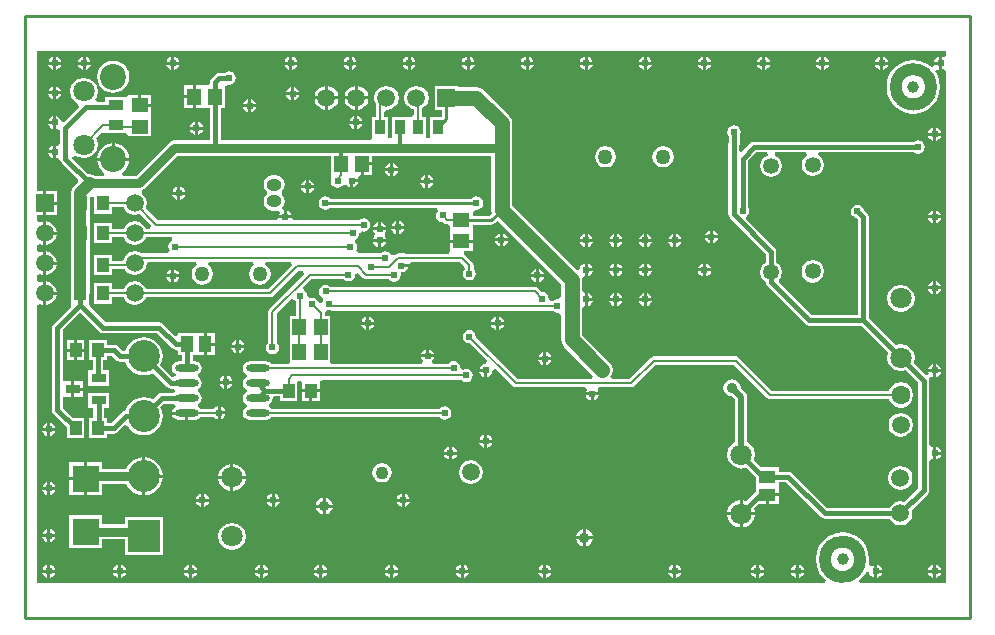
<source format=gbl>
%FSLAX25Y25*%
%MOIN*%
G70*
G01*
G75*
G04 Layer_Physical_Order=2*
G04 Layer_Color=16711680*
%ADD10C,0.03937*%
%ADD11R,0.05315X0.06102*%
%ADD12O,0.07480X0.02362*%
%ADD13O,0.08268X0.01181*%
%ADD14O,0.01181X0.08268*%
%ADD15R,0.04528X0.10630*%
%ADD16R,0.04528X0.05709*%
%ADD17R,0.05118X0.03347*%
%ADD18O,0.23622X0.09843*%
G04:AMPARAMS|DCode=19|XSize=98.43mil|YSize=236.22mil|CornerRadius=0mil|HoleSize=0mil|Usage=FLASHONLY|Rotation=90.000|XOffset=0mil|YOffset=0mil|HoleType=Round|Shape=Octagon|*
%AMOCTAGOND19*
4,1,8,-0.11811,-0.02461,-0.11811,0.02461,-0.09350,0.04921,0.09350,0.04921,0.11811,0.02461,0.11811,-0.02461,0.09350,-0.04921,-0.09350,-0.04921,-0.11811,-0.02461,0.0*
%
%ADD19OCTAGOND19*%

%ADD20R,0.05118X0.05906*%
%ADD21R,0.03347X0.05118*%
%ADD22R,0.09213X0.08600*%
%ADD23R,0.02362X0.04528*%
%ADD24R,0.02362X0.07874*%
%ADD25O,0.02362X0.07874*%
%ADD26R,0.18898X0.20079*%
%ADD27R,0.03937X0.11811*%
%ADD28R,0.07874X0.01575*%
%ADD29R,0.01575X0.03937*%
%ADD30R,0.04724X0.03937*%
%ADD31R,0.05709X0.04528*%
%ADD32C,0.03937*%
%ADD33C,0.00800*%
%ADD34C,0.01500*%
%ADD35C,0.05000*%
%ADD36C,0.02000*%
%ADD37C,0.03000*%
%ADD38C,0.01200*%
%ADD39C,0.01000*%
%ADD40C,0.04000*%
%ADD41C,0.00394*%
%ADD42C,0.05906*%
%ADD43R,0.05906X0.05906*%
%ADD44C,0.04331*%
%ADD45O,0.05000X0.04000*%
%ADD46C,0.05000*%
%ADD47C,0.07087*%
%ADD48C,0.05315*%
%ADD49C,0.06299*%
%ADD50C,0.10630*%
%ADD51R,0.10630X0.10630*%
%ADD52C,0.08661*%
%ADD53C,0.02400*%
%ADD54C,0.03600*%
%ADD55R,0.03937X0.04724*%
%ADD56R,0.04331X0.05512*%
%ADD57R,0.04724X0.03150*%
%ADD58O,0.07874X0.02400*%
%ADD59O,0.07874X0.02402*%
%ADD60R,0.05512X0.04331*%
%ADD61R,0.09055X0.09055*%
G36*
X307087Y187573D02*
X306087Y187038D01*
X305977Y187112D01*
X305618Y187183D01*
Y185039D01*
Y182896D01*
X305977Y182967D01*
X306087Y183041D01*
X307087Y182506D01*
Y11811D01*
X278399D01*
X278060Y12811D01*
X278770Y13356D01*
X280192Y15210D01*
X280271Y15400D01*
X281311Y15297D01*
X281392Y14890D01*
X281878Y14162D01*
X282606Y13676D01*
X282965Y13604D01*
Y15748D01*
Y17892D01*
X282606Y17820D01*
X282111Y17490D01*
X281282Y17865D01*
X281166Y17969D01*
X281392Y19685D01*
X281086Y22002D01*
X280192Y24160D01*
X278770Y26014D01*
X276916Y27437D01*
X274758Y28331D01*
X272441Y28636D01*
X270124Y28331D01*
X267966Y27437D01*
X266112Y26014D01*
X264689Y24160D01*
X263795Y22002D01*
X263490Y19685D01*
X263795Y17368D01*
X264689Y15210D01*
X266112Y13356D01*
X266822Y12811D01*
X266483Y11811D01*
X3937D01*
Y104305D01*
X4819Y104776D01*
X4977Y104670D01*
X6020Y104463D01*
Y108394D01*
Y112324D01*
X4977Y112117D01*
X4819Y112011D01*
X3937Y112483D01*
Y114305D01*
X4819Y114776D01*
X4977Y114670D01*
X6020Y114463D01*
Y118394D01*
Y122324D01*
X4977Y122117D01*
X4819Y122011D01*
X3937Y122483D01*
Y124305D01*
X4819Y124776D01*
X4977Y124670D01*
X6020Y124463D01*
Y128394D01*
Y132324D01*
X4977Y132117D01*
X4819Y132011D01*
X3937Y132483D01*
Y134441D01*
X6020D01*
Y138394D01*
Y142347D01*
X3937D01*
Y188976D01*
X307087D01*
Y187573D01*
D02*
G37*
%LPC*%
G36*
X66429Y78240D02*
X64785D01*
X64857Y77882D01*
X65343Y77154D01*
X66071Y76668D01*
X66429Y76596D01*
Y78240D01*
D02*
G37*
G36*
X19157Y75893D02*
X16295D01*
Y73819D01*
X19157D01*
Y75893D01*
D02*
G37*
G36*
X69073Y78240D02*
X67429D01*
Y76596D01*
X67787Y76668D01*
X68515Y77154D01*
X69002Y77882D01*
X69073Y78240D01*
D02*
G37*
G36*
X66429Y80884D02*
X66071Y80813D01*
X65343Y80326D01*
X64857Y79599D01*
X64785Y79240D01*
X66429D01*
Y80884D01*
D02*
G37*
G36*
X19157Y78968D02*
X16295D01*
Y76893D01*
X19157D01*
Y78968D01*
D02*
G37*
G36*
X191120Y74303D02*
X189476D01*
Y72659D01*
X189835Y72731D01*
X190562Y73217D01*
X191049Y73945D01*
X191120Y74303D01*
D02*
G37*
G36*
X65120Y70637D02*
Y68994D01*
X66763D01*
X66692Y69352D01*
X66206Y70080D01*
X65478Y70566D01*
X65120Y70637D01*
D02*
G37*
G36*
X66763Y67994D02*
X65120D01*
Y66350D01*
X65478Y66421D01*
X66206Y66908D01*
X66692Y67635D01*
X66763Y67994D01*
D02*
G37*
G36*
X94760Y75394D02*
X92291D01*
Y72531D01*
X94760D01*
Y75394D01*
D02*
G37*
G36*
X188476Y74303D02*
X186833D01*
X186904Y73945D01*
X187390Y73217D01*
X188118Y72731D01*
X188476Y72659D01*
Y74303D01*
D02*
G37*
G36*
X98228Y75394D02*
X95760D01*
Y72531D01*
X98228D01*
Y75394D01*
D02*
G37*
G36*
X16280Y88894D02*
X13811D01*
Y86032D01*
X16280D01*
Y88894D01*
D02*
G37*
G36*
X175372Y86114D02*
X173728D01*
Y84470D01*
X174087Y84542D01*
X174814Y85028D01*
X175301Y85756D01*
X175372Y86114D01*
D02*
G37*
G36*
X19748Y88894D02*
X17279D01*
Y86032D01*
X19748D01*
Y88894D01*
D02*
G37*
G36*
X173728Y88758D02*
Y87114D01*
X175372D01*
X175301Y87473D01*
X174814Y88200D01*
X174087Y88687D01*
X173728Y88758D01*
D02*
G37*
G36*
X172728D02*
X172370Y88687D01*
X171642Y88200D01*
X171156Y87473D01*
X171085Y87114D01*
X172728D01*
Y88758D01*
D02*
G37*
G36*
Y86114D02*
X171085D01*
X171156Y85756D01*
X171642Y85028D01*
X172370Y84542D01*
X172728Y84470D01*
Y86114D01*
D02*
G37*
G36*
X153043Y82177D02*
X151400D01*
X151471Y81819D01*
X151957Y81091D01*
X152685Y80605D01*
X153043Y80533D01*
Y82177D01*
D02*
G37*
G36*
X67429Y80884D02*
Y79240D01*
X69073D01*
X69002Y79599D01*
X68515Y80326D01*
X67787Y80813D01*
X67429Y80884D01*
D02*
G37*
G36*
X305293Y82177D02*
X303650D01*
Y80533D01*
X304008Y80605D01*
X304736Y81091D01*
X305222Y81819D01*
X305293Y82177D01*
D02*
G37*
G36*
X303650Y84821D02*
Y83177D01*
X305293D01*
X305222Y83536D01*
X304736Y84263D01*
X304008Y84750D01*
X303650Y84821D01*
D02*
G37*
G36*
X302650D02*
X302291Y84750D01*
X301564Y84263D01*
X301077Y83536D01*
X301006Y83177D01*
X302650D01*
Y84821D01*
D02*
G37*
G36*
X141232Y54618D02*
X139589D01*
X139660Y54260D01*
X140146Y53532D01*
X140874Y53046D01*
X141232Y52974D01*
Y54618D01*
D02*
G37*
G36*
X305293D02*
X303650D01*
Y52974D01*
X304008Y53046D01*
X304736Y53532D01*
X305222Y54260D01*
X305293Y54618D01*
D02*
G37*
G36*
X143876D02*
X142232D01*
Y52974D01*
X142591Y53046D01*
X143318Y53532D01*
X143805Y54260D01*
X143876Y54618D01*
D02*
G37*
G36*
X142232Y57262D02*
Y55618D01*
X143876D01*
X143805Y55976D01*
X143318Y56704D01*
X142591Y57191D01*
X142232Y57262D01*
D02*
G37*
G36*
X141232D02*
X140874Y57191D01*
X140146Y56704D01*
X139660Y55976D01*
X139589Y55618D01*
X141232D01*
Y57262D01*
D02*
G37*
G36*
X39020Y53697D02*
X37871Y53546D01*
X36335Y52910D01*
X35016Y51898D01*
X34004Y50578D01*
X33740Y49943D01*
X25647D01*
Y52079D01*
X20620D01*
Y46552D01*
Y41024D01*
X25647D01*
Y44845D01*
X33740D01*
X34004Y44209D01*
X35016Y42890D01*
X36335Y41878D01*
X37871Y41241D01*
X39020Y41090D01*
Y47394D01*
Y53697D01*
D02*
G37*
G36*
X19620Y52079D02*
X14592D01*
Y47052D01*
X19620D01*
Y52079D01*
D02*
G37*
G36*
X118962Y51821D02*
X117727Y51575D01*
X116680Y50876D01*
X115981Y49829D01*
X115735Y48594D01*
X115981Y47359D01*
X116680Y46312D01*
X117727Y45612D01*
X118962Y45366D01*
X120197Y45612D01*
X121244Y46312D01*
X121944Y47359D01*
X122190Y48594D01*
X121944Y49829D01*
X121244Y50876D01*
X120197Y51575D01*
X118962Y51821D01*
D02*
G37*
G36*
X68420Y51526D02*
X67147Y51273D01*
X65644Y50269D01*
X64640Y48766D01*
X64387Y47494D01*
X68420D01*
Y51526D01*
D02*
G37*
G36*
X40020Y53697D02*
Y47894D01*
X45823D01*
X45672Y49042D01*
X45036Y50578D01*
X44024Y51898D01*
X42704Y52910D01*
X41168Y53546D01*
X40020Y53697D01*
D02*
G37*
G36*
X69420Y51526D02*
Y47494D01*
X73453D01*
X73199Y48766D01*
X72195Y50269D01*
X70692Y51273D01*
X69420Y51526D01*
D02*
G37*
G36*
X10018Y62492D02*
X8374D01*
Y60848D01*
X8732Y60920D01*
X9460Y61406D01*
X9946Y62134D01*
X10018Y62492D01*
D02*
G37*
G36*
X7374D02*
X5730D01*
X5802Y62134D01*
X6288Y61406D01*
X7016Y60920D01*
X7374Y60848D01*
Y62492D01*
D02*
G37*
G36*
Y65136D02*
X7016Y65065D01*
X6288Y64578D01*
X5802Y63850D01*
X5730Y63492D01*
X7374D01*
Y65136D01*
D02*
G37*
G36*
X53398Y67894D02*
X49017D01*
X49088Y67535D01*
X49575Y66808D01*
X50302Y66321D01*
X51161Y66151D01*
X53398D01*
Y67894D01*
D02*
G37*
G36*
X8374Y65136D02*
Y63492D01*
X10018D01*
X9946Y63850D01*
X9460Y64578D01*
X8732Y65065D01*
X8374Y65136D01*
D02*
G37*
G36*
X291820Y68524D02*
X290277Y68217D01*
X288970Y67343D01*
X288096Y66036D01*
X287790Y64494D01*
X288096Y62951D01*
X288970Y61644D01*
X290277Y60770D01*
X291820Y60464D01*
X293362Y60770D01*
X294670Y61644D01*
X295543Y62951D01*
X295850Y64494D01*
X295543Y66036D01*
X294670Y67343D01*
X293362Y68217D01*
X291820Y68524D01*
D02*
G37*
G36*
X153043Y58555D02*
X151400D01*
X151471Y58197D01*
X151957Y57469D01*
X152685Y56983D01*
X153043Y56911D01*
Y58555D01*
D02*
G37*
G36*
X303650Y57262D02*
Y55618D01*
X305293D01*
X305222Y55976D01*
X304736Y56704D01*
X304008Y57191D01*
X303650Y57262D01*
D02*
G37*
G36*
X155687Y58555D02*
X154043D01*
Y56911D01*
X154402Y56983D01*
X155129Y57469D01*
X155616Y58197D01*
X155687Y58555D01*
D02*
G37*
G36*
X154043Y61199D02*
Y59555D01*
X155687D01*
X155616Y59913D01*
X155129Y60641D01*
X154402Y61128D01*
X154043Y61199D01*
D02*
G37*
G36*
X153043D02*
X152685Y61128D01*
X151957Y60641D01*
X151471Y59913D01*
X151400Y59555D01*
X153043D01*
Y61199D01*
D02*
G37*
G36*
X63138Y90894D02*
X60473D01*
Y87638D01*
X63138D01*
Y90894D01*
D02*
G37*
G36*
X302650Y109736D02*
X301006D01*
X301077Y109378D01*
X301564Y108650D01*
X302291Y108164D01*
X302650Y108093D01*
Y109736D01*
D02*
G37*
G36*
X207193Y108443D02*
Y106799D01*
X208837D01*
X208765Y107158D01*
X208279Y107885D01*
X207551Y108372D01*
X207193Y108443D01*
D02*
G37*
G36*
X305293Y109736D02*
X303650D01*
Y108093D01*
X304008Y108164D01*
X304736Y108650D01*
X305222Y109378D01*
X305293Y109736D01*
D02*
G37*
G36*
X302650Y112380D02*
X302291Y112309D01*
X301564Y111822D01*
X301077Y111095D01*
X301006Y110736D01*
X302650D01*
Y112380D01*
D02*
G37*
G36*
X7020Y112324D02*
Y108894D01*
X10450D01*
X10243Y109936D01*
X9369Y111243D01*
X8062Y112117D01*
X7020Y112324D01*
D02*
G37*
G36*
X206193Y108443D02*
X205835Y108372D01*
X205107Y107885D01*
X204621Y107158D01*
X204549Y106799D01*
X206193D01*
Y108443D01*
D02*
G37*
G36*
X10450Y107894D02*
X7020D01*
Y104463D01*
X8062Y104670D01*
X9369Y105544D01*
X10243Y106851D01*
X10450Y107894D01*
D02*
G37*
G36*
X208837Y105799D02*
X207193D01*
Y104156D01*
X207551Y104227D01*
X208279Y104713D01*
X208765Y105441D01*
X208837Y105799D01*
D02*
G37*
G36*
X187508Y108443D02*
Y106799D01*
X189152D01*
X189080Y107158D01*
X188594Y107885D01*
X187866Y108372D01*
X187508Y108443D01*
D02*
G37*
G36*
X197350D02*
Y106799D01*
X198994D01*
X198923Y107158D01*
X198436Y107885D01*
X197709Y108372D01*
X197350Y108443D01*
D02*
G37*
G36*
X196350D02*
X195992Y108372D01*
X195264Y107885D01*
X194778Y107158D01*
X194707Y106799D01*
X196350D01*
Y108443D01*
D02*
G37*
G36*
X206193Y115642D02*
X204549D01*
X204621Y115283D01*
X205107Y114556D01*
X205835Y114069D01*
X206193Y113998D01*
Y115642D01*
D02*
G37*
G36*
X198994D02*
X197350D01*
Y113998D01*
X197709Y114069D01*
X198436Y114556D01*
X198923Y115283D01*
X198994Y115642D01*
D02*
G37*
G36*
X208837D02*
X207193D01*
Y113998D01*
X207551Y114069D01*
X208279Y114556D01*
X208765Y115283D01*
X208837Y115642D01*
D02*
G37*
G36*
X228522D02*
X226878D01*
Y113998D01*
X227236Y114069D01*
X227964Y114556D01*
X228450Y115283D01*
X228522Y115642D01*
D02*
G37*
G36*
X225878D02*
X224234D01*
X224306Y115283D01*
X224792Y114556D01*
X225520Y114069D01*
X225878Y113998D01*
Y115642D01*
D02*
G37*
G36*
X196350D02*
X194707D01*
X194778Y115283D01*
X195264Y114556D01*
X195992Y114069D01*
X196350Y113998D01*
Y115642D01*
D02*
G37*
G36*
X262520Y119406D02*
X261093Y119122D01*
X259883Y118314D01*
X259074Y117104D01*
X258791Y115677D01*
X259074Y114250D01*
X259883Y113040D01*
X261093Y112232D01*
X262520Y111948D01*
X263947Y112232D01*
X265157Y113040D01*
X265965Y114250D01*
X266249Y115677D01*
X265965Y117104D01*
X265157Y118314D01*
X263947Y119122D01*
X262520Y119406D01*
D02*
G37*
G36*
X303650Y112380D02*
Y110736D01*
X305293D01*
X305222Y111095D01*
X304736Y111822D01*
X304008Y112309D01*
X303650Y112380D01*
D02*
G37*
G36*
X48713Y113673D02*
X47069D01*
X47140Y113315D01*
X47627Y112587D01*
X48354Y112101D01*
X48713Y112030D01*
Y113673D01*
D02*
G37*
G36*
X189152Y115642D02*
X187508D01*
Y113998D01*
X187866Y114069D01*
X188594Y114556D01*
X189080Y115283D01*
X189152Y115642D01*
D02*
G37*
G36*
X51356Y113673D02*
X49713D01*
Y112030D01*
X50071Y112101D01*
X50799Y112587D01*
X51285Y113315D01*
X51356Y113673D01*
D02*
G37*
G36*
X71366Y92695D02*
Y91051D01*
X73010D01*
X72939Y91410D01*
X72452Y92137D01*
X71724Y92624D01*
X71366Y92695D01*
D02*
G37*
G36*
X70366D02*
X70008Y92624D01*
X69280Y92137D01*
X68794Y91410D01*
X68722Y91051D01*
X70366D01*
Y92695D01*
D02*
G37*
G36*
X63138Y95150D02*
X60473D01*
Y91894D01*
X63138D01*
Y95150D01*
D02*
G37*
G36*
X116317Y97925D02*
X114673D01*
Y96282D01*
X115032Y96353D01*
X115759Y96839D01*
X116246Y97567D01*
X116317Y97925D01*
D02*
G37*
G36*
X113673D02*
X112030D01*
X112101Y97567D01*
X112587Y96839D01*
X113315Y96353D01*
X113673Y96282D01*
Y97925D01*
D02*
G37*
G36*
X19748Y92756D02*
X17279D01*
Y89894D01*
X19748D01*
Y92756D01*
D02*
G37*
G36*
X134620Y89637D02*
Y87994D01*
X136263D01*
X136192Y88352D01*
X135706Y89080D01*
X134978Y89566D01*
X134620Y89637D01*
D02*
G37*
G36*
X133620D02*
X133261Y89566D01*
X132534Y89080D01*
X132047Y88352D01*
X131976Y87994D01*
X133620D01*
Y89637D01*
D02*
G37*
G36*
X70366Y90051D02*
X68722D01*
X68794Y89693D01*
X69280Y88965D01*
X70008Y88479D01*
X70366Y88407D01*
Y90051D01*
D02*
G37*
G36*
X16280Y92756D02*
X13811D01*
Y89894D01*
X16280D01*
Y92756D01*
D02*
G37*
G36*
X73010Y90051D02*
X71366D01*
Y88407D01*
X71724Y88479D01*
X72452Y88965D01*
X72939Y89693D01*
X73010Y90051D01*
D02*
G37*
G36*
X189152Y105799D02*
X187508D01*
Y104156D01*
X187866Y104227D01*
X188594Y104713D01*
X189080Y105441D01*
X189152Y105799D01*
D02*
G37*
G36*
X291820Y111268D02*
X290047Y110916D01*
X288544Y109912D01*
X287540Y108409D01*
X287187Y106636D01*
X287540Y104864D01*
X288544Y103361D01*
X290047Y102357D01*
X291820Y102004D01*
X293592Y102357D01*
X295095Y103361D01*
X296099Y104864D01*
X296452Y106636D01*
X296099Y108409D01*
X295095Y109912D01*
X293592Y110916D01*
X291820Y111268D01*
D02*
G37*
G36*
X196350Y105799D02*
X194707D01*
X194778Y105441D01*
X195264Y104713D01*
X195992Y104227D01*
X196350Y104156D01*
Y105799D01*
D02*
G37*
G36*
X206193D02*
X204549D01*
X204621Y105441D01*
X205107Y104713D01*
X205835Y104227D01*
X206193Y104156D01*
Y105799D01*
D02*
G37*
G36*
X198994D02*
X197350D01*
Y104156D01*
X197709Y104227D01*
X198436Y104713D01*
X198923Y105441D01*
X198994Y105799D01*
D02*
G37*
G36*
X157980Y100569D02*
Y98925D01*
X159624D01*
X159553Y99284D01*
X159066Y100011D01*
X158339Y100498D01*
X157980Y100569D01*
D02*
G37*
G36*
X159624Y97925D02*
X157980D01*
Y96282D01*
X158339Y96353D01*
X159066Y96839D01*
X159553Y97567D01*
X159624Y97925D01*
D02*
G37*
G36*
X156980D02*
X155337D01*
X155408Y97567D01*
X155894Y96839D01*
X156622Y96353D01*
X156980Y96282D01*
Y97925D01*
D02*
G37*
G36*
X113673Y100569D02*
X113315Y100498D01*
X112587Y100011D01*
X112101Y99284D01*
X112030Y98925D01*
X113673D01*
Y100569D01*
D02*
G37*
G36*
X156980D02*
X156622Y100498D01*
X155894Y100011D01*
X155408Y99284D01*
X155337Y98925D01*
X156980D01*
Y100569D01*
D02*
G37*
G36*
X114673D02*
Y98925D01*
X116317D01*
X116246Y99284D01*
X115759Y100011D01*
X115032Y100498D01*
X114673Y100569D01*
D02*
G37*
G36*
X148490Y52722D02*
X146947Y52416D01*
X145640Y51542D01*
X144766Y50234D01*
X144459Y48692D01*
X144766Y47150D01*
X145640Y45842D01*
X146947Y44969D01*
X148490Y44662D01*
X150032Y44969D01*
X151339Y45842D01*
X152213Y47150D01*
X152520Y48692D01*
X152213Y50234D01*
X151339Y51542D01*
X150032Y52416D01*
X148490Y52722D01*
D02*
G37*
G36*
X54618Y17892D02*
X54260Y17820D01*
X53532Y17334D01*
X53046Y16606D01*
X52974Y16248D01*
X54618D01*
Y17892D01*
D02*
G37*
G36*
X31996D02*
Y16248D01*
X33640D01*
X33568Y16606D01*
X33082Y17334D01*
X32355Y17820D01*
X31996Y17892D01*
D02*
G37*
G36*
X55618D02*
Y16248D01*
X57262D01*
X57191Y16606D01*
X56704Y17334D01*
X55976Y17820D01*
X55618Y17892D01*
D02*
G37*
G36*
X79240D02*
Y16248D01*
X80884D01*
X80813Y16606D01*
X80326Y17334D01*
X79599Y17820D01*
X79240Y17892D01*
D02*
G37*
G36*
X78240D02*
X77882Y17820D01*
X77154Y17334D01*
X76668Y16606D01*
X76596Y16248D01*
X78240D01*
Y17892D01*
D02*
G37*
G36*
X30996D02*
X30638Y17820D01*
X29910Y17334D01*
X29424Y16606D01*
X29352Y16248D01*
X30996D01*
Y17892D01*
D02*
G37*
G36*
X302650Y15248D02*
X301006D01*
X301077Y14890D01*
X301564Y14162D01*
X302291Y13676D01*
X302650Y13604D01*
Y15248D01*
D02*
G37*
G36*
X285608D02*
X283965D01*
Y13604D01*
X284323Y13676D01*
X285051Y14162D01*
X285537Y14890D01*
X285608Y15248D01*
D02*
G37*
G36*
X305293D02*
X303650D01*
Y13604D01*
X304008Y13676D01*
X304736Y14162D01*
X305222Y14890D01*
X305293Y15248D01*
D02*
G37*
G36*
X8374Y17892D02*
Y16248D01*
X10018D01*
X9946Y16606D01*
X9460Y17334D01*
X8732Y17820D01*
X8374Y17892D01*
D02*
G37*
G36*
X7374D02*
X7016Y17820D01*
X6288Y17334D01*
X5802Y16606D01*
X5730Y16248D01*
X7374D01*
Y17892D01*
D02*
G37*
G36*
X173728D02*
Y16248D01*
X175372D01*
X175301Y16606D01*
X174814Y17334D01*
X174087Y17820D01*
X173728Y17892D01*
D02*
G37*
G36*
X172728D02*
X172370Y17820D01*
X171642Y17334D01*
X171156Y16606D01*
X171085Y16248D01*
X172728D01*
Y17892D01*
D02*
G37*
G36*
X216035D02*
X215677Y17820D01*
X214949Y17334D01*
X214463Y16606D01*
X214392Y16248D01*
X216035D01*
Y17892D01*
D02*
G37*
G36*
X243595D02*
X243236Y17820D01*
X242508Y17334D01*
X242022Y16606D01*
X241951Y16248D01*
X243595D01*
Y17892D01*
D02*
G37*
G36*
X217035D02*
Y16248D01*
X218679D01*
X218608Y16606D01*
X218122Y17334D01*
X217394Y17820D01*
X217035Y17892D01*
D02*
G37*
G36*
X146169D02*
Y16248D01*
X147813D01*
X147742Y16606D01*
X147255Y17334D01*
X146528Y17820D01*
X146169Y17892D01*
D02*
G37*
G36*
X98925D02*
Y16248D01*
X100569D01*
X100498Y16606D01*
X100011Y17334D01*
X99284Y17820D01*
X98925Y17892D01*
D02*
G37*
G36*
X97925D02*
X97567Y17820D01*
X96839Y17334D01*
X96353Y16606D01*
X96282Y16248D01*
X97925D01*
Y17892D01*
D02*
G37*
G36*
X121547D02*
X121189Y17820D01*
X120461Y17334D01*
X119975Y16606D01*
X119904Y16248D01*
X121547D01*
Y17892D01*
D02*
G37*
G36*
X145169D02*
X144811Y17820D01*
X144083Y17334D01*
X143597Y16606D01*
X143526Y16248D01*
X145169D01*
Y17892D01*
D02*
G37*
G36*
X122547D02*
Y16248D01*
X124191D01*
X124120Y16606D01*
X123633Y17334D01*
X122906Y17820D01*
X122547Y17892D01*
D02*
G37*
G36*
X80884Y15248D02*
X79240D01*
Y13604D01*
X79599Y13676D01*
X80326Y14162D01*
X80813Y14890D01*
X80884Y15248D01*
D02*
G37*
G36*
X78240D02*
X76596D01*
X76668Y14890D01*
X77154Y14162D01*
X77882Y13676D01*
X78240Y13604D01*
Y15248D01*
D02*
G37*
G36*
X97925D02*
X96282D01*
X96353Y14890D01*
X96839Y14162D01*
X97567Y13676D01*
X97925Y13604D01*
Y15248D01*
D02*
G37*
G36*
X121547D02*
X119904D01*
X119975Y14890D01*
X120461Y14162D01*
X121189Y13676D01*
X121547Y13604D01*
Y15248D01*
D02*
G37*
G36*
X100569D02*
X98925D01*
Y13604D01*
X99284Y13676D01*
X100011Y14162D01*
X100498Y14890D01*
X100569Y15248D01*
D02*
G37*
G36*
X57262D02*
X55618D01*
Y13604D01*
X55976Y13676D01*
X56704Y14162D01*
X57191Y14890D01*
X57262Y15248D01*
D02*
G37*
G36*
X10018D02*
X8374D01*
Y13604D01*
X8732Y13676D01*
X9460Y14162D01*
X9946Y14890D01*
X10018Y15248D01*
D02*
G37*
G36*
X7374D02*
X5730D01*
X5802Y14890D01*
X6288Y14162D01*
X7016Y13676D01*
X7374Y13604D01*
Y15248D01*
D02*
G37*
G36*
X30996D02*
X29352D01*
X29424Y14890D01*
X29910Y14162D01*
X30638Y13676D01*
X30996Y13604D01*
Y15248D01*
D02*
G37*
G36*
X54618D02*
X52974D01*
X53046Y14890D01*
X53532Y14162D01*
X54260Y13676D01*
X54618Y13604D01*
Y15248D01*
D02*
G37*
G36*
X33640D02*
X31996D01*
Y13604D01*
X32355Y13676D01*
X33082Y14162D01*
X33568Y14890D01*
X33640Y15248D01*
D02*
G37*
G36*
X243595D02*
X241951D01*
X242022Y14890D01*
X242508Y14162D01*
X243236Y13676D01*
X243595Y13604D01*
Y15248D01*
D02*
G37*
G36*
X218679D02*
X217035D01*
Y13604D01*
X217394Y13676D01*
X218122Y14162D01*
X218608Y14890D01*
X218679Y15248D01*
D02*
G37*
G36*
X246238D02*
X244595D01*
Y13604D01*
X244953Y13676D01*
X245681Y14162D01*
X246167Y14890D01*
X246238Y15248D01*
D02*
G37*
G36*
X259624D02*
X257980D01*
Y13604D01*
X258339Y13676D01*
X259066Y14162D01*
X259553Y14890D01*
X259624Y15248D01*
D02*
G37*
G36*
X256980D02*
X255337D01*
X255408Y14890D01*
X255894Y14162D01*
X256622Y13676D01*
X256980Y13604D01*
Y15248D01*
D02*
G37*
G36*
X216035D02*
X214392D01*
X214463Y14890D01*
X214949Y14162D01*
X215677Y13676D01*
X216035Y13604D01*
Y15248D01*
D02*
G37*
G36*
X145169D02*
X143526D01*
X143597Y14890D01*
X144083Y14162D01*
X144811Y13676D01*
X145169Y13604D01*
Y15248D01*
D02*
G37*
G36*
X124191D02*
X122547D01*
Y13604D01*
X122906Y13676D01*
X123633Y14162D01*
X124120Y14890D01*
X124191Y15248D01*
D02*
G37*
G36*
X147813D02*
X146169D01*
Y13604D01*
X146528Y13676D01*
X147255Y14162D01*
X147742Y14890D01*
X147813Y15248D01*
D02*
G37*
G36*
X175372D02*
X173728D01*
Y13604D01*
X174087Y13676D01*
X174814Y14162D01*
X175301Y14890D01*
X175372Y15248D01*
D02*
G37*
G36*
X172728D02*
X171085D01*
X171156Y14890D01*
X171642Y14162D01*
X172370Y13676D01*
X172728Y13604D01*
Y15248D01*
D02*
G37*
G36*
X244595Y17892D02*
Y16248D01*
X246238D01*
X246167Y16606D01*
X245681Y17334D01*
X244953Y17820D01*
X244595Y17892D01*
D02*
G37*
G36*
X58555Y41514D02*
X58197Y41442D01*
X57469Y40956D01*
X56983Y40229D01*
X56911Y39870D01*
X58555D01*
Y41514D01*
D02*
G37*
G36*
X251176Y40741D02*
X247920D01*
Y38076D01*
X251176D01*
Y40741D01*
D02*
G37*
G36*
X59555Y41514D02*
Y39870D01*
X61199D01*
X61128Y40229D01*
X60641Y40956D01*
X59913Y41442D01*
X59555Y41514D01*
D02*
G37*
G36*
X83177D02*
Y39870D01*
X84821D01*
X84750Y40229D01*
X84263Y40956D01*
X83536Y41442D01*
X83177Y41514D01*
D02*
G37*
G36*
X82177D02*
X81819Y41442D01*
X81091Y40956D01*
X80605Y40229D01*
X80533Y39870D01*
X82177D01*
Y41514D01*
D02*
G37*
G36*
X100220Y40149D02*
Y37894D01*
X102475D01*
X102357Y38486D01*
X101738Y39412D01*
X100812Y40031D01*
X100220Y40149D01*
D02*
G37*
G36*
X84821Y38870D02*
X83177D01*
Y37226D01*
X83536Y37298D01*
X84263Y37784D01*
X84750Y38512D01*
X84821Y38870D01*
D02*
G37*
G36*
X82177D02*
X80533D01*
X80605Y38512D01*
X81091Y37784D01*
X81819Y37298D01*
X82177Y37226D01*
Y38870D01*
D02*
G37*
G36*
X125484D02*
X123841D01*
X123912Y38512D01*
X124398Y37784D01*
X125126Y37298D01*
X125484Y37226D01*
Y38870D01*
D02*
G37*
G36*
X99220Y40149D02*
X98627Y40031D01*
X97701Y39412D01*
X97082Y38486D01*
X96964Y37894D01*
X99220D01*
Y40149D01*
D02*
G37*
G36*
X128128Y38870D02*
X126484D01*
Y37226D01*
X126843Y37298D01*
X127570Y37784D01*
X128057Y38512D01*
X128128Y38870D01*
D02*
G37*
G36*
X73453Y46494D02*
X69420D01*
Y42461D01*
X70692Y42714D01*
X72195Y43718D01*
X73199Y45221D01*
X73453Y46494D01*
D02*
G37*
G36*
X68420D02*
X64387D01*
X64640Y45221D01*
X65644Y43718D01*
X67147Y42714D01*
X68420Y42461D01*
Y46494D01*
D02*
G37*
G36*
X291720Y50829D02*
X290177Y50523D01*
X288870Y49649D01*
X287996Y48342D01*
X287689Y46799D01*
X287996Y45257D01*
X288870Y43949D01*
X290177Y43076D01*
X291720Y42769D01*
X293262Y43076D01*
X294569Y43949D01*
X295443Y45257D01*
X295750Y46799D01*
X295443Y48342D01*
X294569Y49649D01*
X293262Y50523D01*
X291720Y50829D01*
D02*
G37*
G36*
X8374Y45451D02*
Y43807D01*
X10018D01*
X9946Y44166D01*
X9460Y44893D01*
X8732Y45379D01*
X8374Y45451D01*
D02*
G37*
G36*
X7374D02*
X7016Y45379D01*
X6288Y44893D01*
X5802Y44166D01*
X5730Y43807D01*
X7374D01*
Y45451D01*
D02*
G37*
G36*
X10018Y42807D02*
X8374D01*
Y41164D01*
X8732Y41235D01*
X9460Y41721D01*
X9946Y42449D01*
X10018Y42807D01*
D02*
G37*
G36*
X126484Y41514D02*
Y39870D01*
X128128D01*
X128057Y40229D01*
X127570Y40956D01*
X126843Y41442D01*
X126484Y41514D01*
D02*
G37*
G36*
X125484D02*
X125126Y41442D01*
X124398Y40956D01*
X123912Y40229D01*
X123841Y39870D01*
X125484D01*
Y41514D01*
D02*
G37*
G36*
X19620Y46052D02*
X14592D01*
Y41024D01*
X19620D01*
Y46052D01*
D02*
G37*
G36*
X7374Y42807D02*
X5730D01*
X5802Y42449D01*
X6288Y41721D01*
X7016Y41235D01*
X7374Y41164D01*
Y42807D01*
D02*
G37*
G36*
X45823Y46894D02*
X40020D01*
Y41090D01*
X41168Y41241D01*
X42704Y41878D01*
X44024Y42890D01*
X45036Y44209D01*
X45672Y45745D01*
X45823Y46894D01*
D02*
G37*
G36*
X185920Y26394D02*
X183664D01*
X183782Y25801D01*
X184401Y24875D01*
X185327Y24256D01*
X185920Y24138D01*
Y26394D01*
D02*
G37*
G36*
X68920Y31941D02*
X67147Y31588D01*
X65644Y30584D01*
X64640Y29081D01*
X64287Y27309D01*
X64640Y25536D01*
X65644Y24033D01*
X67147Y23029D01*
X68920Y22676D01*
X70692Y23029D01*
X72195Y24033D01*
X73199Y25536D01*
X73552Y27309D01*
X73199Y29081D01*
X72195Y30584D01*
X70692Y31588D01*
X68920Y31941D01*
D02*
G37*
G36*
X189175Y26394D02*
X186920D01*
Y24138D01*
X187512Y24256D01*
X188438Y24875D01*
X189057Y25801D01*
X189175Y26394D01*
D02*
G37*
G36*
X10018Y27059D02*
X8374D01*
Y25415D01*
X8732Y25487D01*
X9460Y25973D01*
X9946Y26701D01*
X10018Y27059D01*
D02*
G37*
G36*
X7374D02*
X5730D01*
X5802Y26701D01*
X6288Y25973D01*
X7016Y25487D01*
X7374Y25415D01*
Y27059D01*
D02*
G37*
G36*
X25647Y34363D02*
X14592D01*
Y23308D01*
X25647D01*
Y26287D01*
X33205D01*
Y21079D01*
X45835D01*
Y33709D01*
X33205D01*
Y31384D01*
X25647D01*
Y34363D01*
D02*
G37*
G36*
X257980Y17892D02*
Y16248D01*
X259624D01*
X259553Y16606D01*
X259066Y17334D01*
X258339Y17820D01*
X257980Y17892D01*
D02*
G37*
G36*
X256980D02*
X256622Y17820D01*
X255894Y17334D01*
X255408Y16606D01*
X255337Y16248D01*
X256980D01*
Y17892D01*
D02*
G37*
G36*
X283965D02*
Y16248D01*
X285608D01*
X285537Y16606D01*
X285051Y17334D01*
X284323Y17820D01*
X283965Y17892D01*
D02*
G37*
G36*
X303650D02*
Y16248D01*
X305293D01*
X305222Y16606D01*
X304736Y17334D01*
X304008Y17820D01*
X303650Y17892D01*
D02*
G37*
G36*
X302650D02*
X302291Y17820D01*
X301564Y17334D01*
X301077Y16606D01*
X301006Y16248D01*
X302650D01*
Y17892D01*
D02*
G37*
G36*
X102475Y36894D02*
X100220D01*
Y34638D01*
X100812Y34756D01*
X101738Y35375D01*
X102357Y36301D01*
X102475Y36894D01*
D02*
G37*
G36*
X99220D02*
X96964D01*
X97082Y36301D01*
X97701Y35375D01*
X98627Y34756D01*
X99220Y34638D01*
Y36894D01*
D02*
G37*
G36*
X238120Y39426D02*
X236847Y39173D01*
X235344Y38169D01*
X234340Y36666D01*
X234087Y35394D01*
X238120D01*
Y39426D01*
D02*
G37*
G36*
X61199Y38870D02*
X59555D01*
Y37226D01*
X59913Y37298D01*
X60641Y37784D01*
X61128Y38512D01*
X61199Y38870D01*
D02*
G37*
G36*
X58555D02*
X56911D01*
X56983Y38512D01*
X57469Y37784D01*
X58197Y37298D01*
X58555Y37226D01*
Y38870D01*
D02*
G37*
G36*
X243152Y34394D02*
X239120D01*
Y30361D01*
X240392Y30614D01*
X241895Y31618D01*
X242899Y33121D01*
X243152Y34394D01*
D02*
G37*
G36*
X186920Y29649D02*
Y27394D01*
X189175D01*
X189057Y27986D01*
X188438Y28912D01*
X187512Y29531D01*
X186920Y29649D01*
D02*
G37*
G36*
X185920D02*
X185327Y29531D01*
X184401Y28912D01*
X183782Y27986D01*
X183664Y27394D01*
X185920D01*
Y29649D01*
D02*
G37*
G36*
X7374Y29703D02*
X7016Y29631D01*
X6288Y29145D01*
X5802Y28418D01*
X5730Y28059D01*
X7374D01*
Y29703D01*
D02*
G37*
G36*
X238120Y34394D02*
X234087D01*
X234340Y33121D01*
X235344Y31618D01*
X236847Y30614D01*
X238120Y30361D01*
Y34394D01*
D02*
G37*
G36*
X8374Y29703D02*
Y28059D01*
X10018D01*
X9946Y28418D01*
X9460Y29145D01*
X8732Y29631D01*
X8374Y29703D01*
D02*
G37*
G36*
X10343Y177340D02*
Y175697D01*
X11986D01*
X11915Y176055D01*
X11429Y176783D01*
X10701Y177269D01*
X10343Y177340D01*
D02*
G37*
G36*
X9342D02*
X8984Y177269D01*
X8256Y176783D01*
X7770Y176055D01*
X7699Y175697D01*
X9342D01*
Y177340D01*
D02*
G37*
G36*
X68020Y182337D02*
X67161Y182166D01*
X66730Y181878D01*
X64720D01*
X64720Y181878D01*
X64037Y181742D01*
X63458Y181355D01*
X62101Y179999D01*
X61715Y179420D01*
X61579Y178737D01*
Y178455D01*
X60872Y177748D01*
X60540D01*
X60099Y177748D01*
X59820D01*
X59540D01*
X59099Y177748D01*
X56776D01*
Y173894D01*
Y170039D01*
X59099D01*
X59540Y170039D01*
X59820D01*
X60099D01*
X60540Y170039D01*
X61579D01*
Y159343D01*
X49720D01*
X48744Y159149D01*
X47917Y158596D01*
X36864Y147543D01*
X32557D01*
X32270Y148543D01*
X33143Y149212D01*
X33997Y150326D01*
X34534Y151623D01*
X34652Y152514D01*
X24030D01*
X24148Y151623D01*
X24685Y150326D01*
X25539Y149212D01*
X26412Y148543D01*
X26125Y147543D01*
X23105D01*
X22690Y147820D01*
X21520Y148053D01*
X21073Y147964D01*
X15582Y153455D01*
X15665Y153832D01*
X16788Y154282D01*
X17726Y153656D01*
X19498Y153303D01*
X21271Y153656D01*
X22774Y154660D01*
X23778Y156163D01*
X24131Y157935D01*
X23778Y159708D01*
X23583Y160001D01*
X25682Y162100D01*
X26561Y161774D01*
Y161774D01*
X26561Y161774D01*
X33679D01*
X34365Y161058D01*
Y160687D01*
X42074D01*
Y166773D01*
X42074Y167214D01*
Y167494D01*
Y167773D01*
X42074Y168214D01*
Y170537D01*
X38220D01*
Y171037D01*
X37720D01*
Y174301D01*
X34477D01*
X34377Y174301D01*
X34365D01*
X33567Y173813D01*
X33365Y173813D01*
X26561D01*
Y172143D01*
X23821D01*
X23286Y173143D01*
X23778Y173879D01*
X24131Y175652D01*
X23778Y177425D01*
X22774Y178928D01*
X21271Y179932D01*
X19498Y180284D01*
X17726Y179932D01*
X16223Y178928D01*
X15219Y177425D01*
X14866Y175652D01*
X15219Y173879D01*
X16223Y172376D01*
X17567Y171478D01*
X17898Y170396D01*
X13064Y165561D01*
X11979Y165891D01*
X11915Y166213D01*
X11429Y166940D01*
X10701Y167427D01*
X10343Y167498D01*
Y165354D01*
Y163211D01*
X10635Y163269D01*
X10726Y163267D01*
X11635Y162704D01*
Y158162D01*
X10726Y157599D01*
X10635Y157597D01*
X10343Y157655D01*
Y155512D01*
Y153368D01*
X10635Y153426D01*
X10743Y153424D01*
X11023Y153320D01*
X11676Y152888D01*
X11771Y152411D01*
X12158Y151832D01*
X17595Y146395D01*
Y145395D01*
X16217Y144016D01*
X15554Y143024D01*
X15321Y141853D01*
Y117794D01*
Y108294D01*
X15411Y107840D01*
Y104931D01*
X15411Y104931D01*
X15411D01*
X15249Y103947D01*
X9458Y98155D01*
X9071Y97576D01*
X8935Y96894D01*
Y69454D01*
X9071Y68771D01*
X9458Y68192D01*
X13811Y63839D01*
Y60031D01*
X19748D01*
Y66756D01*
X15941D01*
X12504Y70193D01*
Y73819D01*
X15295D01*
Y76393D01*
Y78968D01*
X12504D01*
Y96155D01*
X18370Y102020D01*
X24758Y95632D01*
X24758Y95632D01*
X25047Y95439D01*
X25337Y95245D01*
X26020Y95109D01*
X26020Y95109D01*
X43881D01*
X48858Y90132D01*
X49437Y89745D01*
X50120Y89609D01*
X50902Y89021D01*
Y87638D01*
X52283D01*
Y85638D01*
X51161D01*
X50303Y85467D01*
X49575Y84980D01*
X49088Y84252D01*
X48917Y83394D01*
X49088Y82535D01*
X49575Y81807D01*
X50112Y81448D01*
X50190Y81046D01*
X49987Y80733D01*
X48857Y80579D01*
X45092Y84345D01*
X45672Y85745D01*
X45889Y87394D01*
X45672Y89042D01*
X45036Y90578D01*
X44024Y91898D01*
X42704Y92910D01*
X41168Y93546D01*
X39520Y93763D01*
X37871Y93546D01*
X36335Y92910D01*
X35016Y91898D01*
X34004Y90578D01*
X33424Y89178D01*
X32259D01*
X30781Y90655D01*
X30202Y91042D01*
X29520Y91178D01*
X27228D01*
Y92756D01*
X21291D01*
Y86032D01*
X22476D01*
Y82708D01*
X21094D01*
Y77559D01*
X27819D01*
Y82708D01*
X26044D01*
Y86032D01*
X27228D01*
Y87609D01*
X28781D01*
X30258Y86132D01*
X30258Y86132D01*
X30547Y85939D01*
X30837Y85745D01*
X31520Y85609D01*
X31520Y85609D01*
X33424D01*
X34004Y84209D01*
X35016Y82890D01*
X36335Y81878D01*
X37871Y81241D01*
X39520Y81024D01*
X41168Y81241D01*
X42569Y81821D01*
X47258Y77132D01*
X47837Y76745D01*
X48520Y76609D01*
X49502D01*
X49865Y76043D01*
X50000Y75764D01*
X49461Y75178D01*
X45520D01*
X44837Y75042D01*
X44258Y74655D01*
X42569Y72966D01*
X41168Y73546D01*
X39520Y73763D01*
X37871Y73546D01*
X36335Y72910D01*
X35016Y71898D01*
X34004Y70578D01*
X33415Y69157D01*
X32837Y69042D01*
X32258Y68655D01*
X32258Y68655D01*
X28781Y65178D01*
X27228D01*
Y66756D01*
X26241D01*
Y70078D01*
X27819D01*
Y75228D01*
X21094D01*
Y70078D01*
X22672D01*
Y66756D01*
X21291D01*
Y60031D01*
X27228D01*
Y61609D01*
X29520D01*
X30202Y61745D01*
X30781Y62132D01*
X33044Y64395D01*
X34120Y64057D01*
X35016Y62890D01*
X36335Y61878D01*
X37871Y61241D01*
X39520Y61024D01*
X41168Y61241D01*
X42704Y61878D01*
X44024Y62890D01*
X45036Y64209D01*
X45672Y65745D01*
X45889Y67394D01*
X45672Y69042D01*
X45092Y70443D01*
X46259Y71609D01*
X49627D01*
X50190Y70742D01*
X50113Y70339D01*
X49575Y69980D01*
X49088Y69252D01*
X49017Y68894D01*
X53898D01*
Y68394D01*
X54398D01*
Y66151D01*
X56635D01*
X57493Y66321D01*
X58221Y66808D01*
X58327Y66966D01*
X62994D01*
X63034Y66908D01*
X63761Y66421D01*
X64120Y66350D01*
Y68494D01*
Y70637D01*
X63761Y70566D01*
X63034Y70080D01*
X62861Y69821D01*
X58327D01*
X58221Y69980D01*
X57683Y70339D01*
X57593Y70803D01*
Y70984D01*
X57683Y71448D01*
X58221Y71808D01*
X58707Y72535D01*
X58878Y73394D01*
X58707Y74252D01*
X58221Y74980D01*
X57683Y75339D01*
X57593Y75803D01*
Y75984D01*
X57683Y76448D01*
X58221Y76808D01*
X58707Y77535D01*
X58878Y78394D01*
X58707Y79252D01*
X58221Y79980D01*
X57683Y80339D01*
X57594Y80800D01*
X57594Y80986D01*
X57683Y81448D01*
X58221Y81807D01*
X58707Y82535D01*
X58878Y83394D01*
X58707Y84252D01*
X58221Y84980D01*
X57493Y85467D01*
X56634Y85638D01*
X55851D01*
Y87638D01*
X59473D01*
Y91394D01*
Y95150D01*
X50902D01*
Y94549D01*
X49902Y94135D01*
X45881Y98155D01*
X45303Y98542D01*
X44620Y98678D01*
X26759D01*
X21468Y103969D01*
X21348Y104931D01*
X21348D01*
X21348Y104931D01*
Y107840D01*
X21438Y108294D01*
Y117794D01*
Y125031D01*
X21548D01*
Y131756D01*
X21438D01*
Y134932D01*
X21448D01*
Y140376D01*
X22039Y140842D01*
X22991Y140420D01*
Y134932D01*
X28928D01*
Y136966D01*
X32773D01*
X32796Y136851D01*
X33670Y135544D01*
X34977Y134670D01*
X36520Y134363D01*
X38062Y134670D01*
X38159Y134735D01*
X42074Y130821D01*
X41659Y129821D01*
X40266D01*
X40243Y129936D01*
X39369Y131244D01*
X38062Y132117D01*
X36520Y132424D01*
X34977Y132117D01*
X33670Y131244D01*
X32796Y129936D01*
X32773Y129821D01*
X29028D01*
Y131756D01*
X23091D01*
Y125031D01*
X29028D01*
Y126966D01*
X32773D01*
X32796Y126851D01*
X33670Y125544D01*
X34977Y124670D01*
X36520Y124364D01*
X38062Y124670D01*
X39369Y125544D01*
X40243Y126851D01*
X40266Y126966D01*
X48964D01*
X49062Y125966D01*
X49061Y125966D01*
X48334Y125480D01*
X47847Y124752D01*
X47677Y123894D01*
X47847Y123035D01*
X48124Y122621D01*
X47712Y121653D01*
X47681Y121621D01*
X38804D01*
X38062Y122117D01*
X36520Y122424D01*
X34977Y122117D01*
X33670Y121244D01*
X32796Y119936D01*
X32654Y119221D01*
X28828D01*
Y121156D01*
X22891D01*
Y114432D01*
X28828D01*
Y116366D01*
X33120D01*
X33670Y115544D01*
X34977Y114670D01*
X36520Y114364D01*
X38062Y114670D01*
X39369Y115544D01*
X40243Y116851D01*
X40550Y118394D01*
X40856Y118766D01*
X56865D01*
X57169Y117766D01*
X56496Y117317D01*
X55723Y116159D01*
X55451Y114794D01*
X55723Y113428D01*
X56496Y112270D01*
X57654Y111497D01*
X59020Y111225D01*
X60385Y111497D01*
X61543Y112270D01*
X62317Y113428D01*
X62588Y114794D01*
X62317Y116159D01*
X61543Y117317D01*
X60871Y117766D01*
X61174Y118766D01*
X76078D01*
X76381Y117766D01*
X75709Y117317D01*
X74935Y116159D01*
X74664Y114794D01*
X74935Y113428D01*
X75709Y112270D01*
X76867Y111497D01*
X78232Y111225D01*
X79598Y111497D01*
X80756Y112270D01*
X81529Y113428D01*
X81801Y114794D01*
X81529Y116159D01*
X80756Y117317D01*
X80083Y117766D01*
X80387Y118766D01*
X88659D01*
X89074Y117766D01*
X81128Y109821D01*
X40266D01*
X40243Y109936D01*
X39369Y111243D01*
X38062Y112117D01*
X36520Y112424D01*
X34977Y112117D01*
X33670Y111243D01*
X32796Y109936D01*
X32773Y109821D01*
X28828D01*
Y111656D01*
X22891D01*
Y104931D01*
X28828D01*
Y106966D01*
X32773D01*
X32796Y106851D01*
X33670Y105544D01*
X34977Y104670D01*
X36520Y104364D01*
X38062Y104670D01*
X39369Y105544D01*
X40243Y106851D01*
X40266Y106966D01*
X81720D01*
X81720Y106966D01*
X82266Y107075D01*
X82729Y107384D01*
X91211Y115866D01*
X92659D01*
X93074Y114866D01*
X81410Y103203D01*
X81101Y102740D01*
X80992Y102194D01*
X80992Y102194D01*
Y91986D01*
X80834Y91880D01*
X80347Y91152D01*
X80177Y90294D01*
X80347Y89435D01*
X80834Y88708D01*
X81561Y88221D01*
X82420Y88051D01*
X83278Y88221D01*
X84006Y88708D01*
X84492Y89435D01*
X84663Y90294D01*
X84492Y91152D01*
X84006Y91880D01*
X83847Y91986D01*
Y101602D01*
X88734Y106490D01*
X89906Y106247D01*
X90134Y105908D01*
X90292Y105802D01*
Y100948D01*
X88113D01*
Y93239D01*
X88113D01*
X88113Y93239D01*
Y92748D01*
X88113D01*
X88113Y92748D01*
Y85821D01*
X88113Y85039D01*
X87203Y84821D01*
X87203Y84821D01*
X81949D01*
X81843Y84980D01*
X81115Y85466D01*
X80257Y85637D01*
X74783D01*
X73924Y85466D01*
X73197Y84980D01*
X72710Y84252D01*
X72540Y83394D01*
X72710Y82535D01*
X73197Y81808D01*
X73734Y81449D01*
X73824Y80987D01*
X73824Y80802D01*
X73734Y80339D01*
X73197Y79980D01*
X72710Y79252D01*
X72540Y78394D01*
X72710Y77535D01*
X73197Y76807D01*
X73734Y76448D01*
X73824Y75986D01*
X73824Y75800D01*
X73734Y75339D01*
X73197Y74980D01*
X72710Y74252D01*
X72540Y73394D01*
X72710Y72535D01*
X73197Y71808D01*
X73735Y71448D01*
X73824Y70984D01*
Y70803D01*
X73735Y70339D01*
X73197Y69980D01*
X72710Y69252D01*
X72540Y68394D01*
X72710Y67535D01*
X73197Y66808D01*
X73924Y66321D01*
X74783Y66151D01*
X80257D01*
X81115Y66321D01*
X81843Y66808D01*
X81949Y66966D01*
X138128D01*
X138234Y66808D01*
X138961Y66321D01*
X139820Y66151D01*
X140678Y66321D01*
X141406Y66808D01*
X141892Y67535D01*
X142063Y68394D01*
X141892Y69252D01*
X141406Y69980D01*
X140678Y70466D01*
X139820Y70637D01*
X138961Y70466D01*
X138234Y69980D01*
X138128Y69821D01*
X81949D01*
X81843Y69980D01*
X81305Y70339D01*
X81215Y70803D01*
Y70984D01*
X81305Y71448D01*
X81843Y71808D01*
X82329Y72535D01*
X82500Y73394D01*
X83087Y74109D01*
X84811D01*
Y72531D01*
X90748D01*
Y78895D01*
X91520Y79333D01*
X92291Y78895D01*
Y78566D01*
Y76394D01*
X98228D01*
Y78566D01*
X98228Y79256D01*
X99100Y79566D01*
X99100D01*
X145327D01*
X145434Y79408D01*
X146161Y78921D01*
X147020Y78751D01*
X147878Y78921D01*
X148606Y79408D01*
X149092Y80135D01*
X149263Y80994D01*
X149092Y81852D01*
X148606Y82580D01*
X147878Y83066D01*
X147020Y83237D01*
X146161Y83066D01*
X145949Y82924D01*
X145049Y83526D01*
X145063Y83594D01*
X144892Y84452D01*
X144406Y85180D01*
X143678Y85666D01*
X142820Y85837D01*
X141961Y85666D01*
X141234Y85180D01*
X140994Y84821D01*
X135880D01*
X135576Y85821D01*
X135706Y85908D01*
X136192Y86635D01*
X136263Y86994D01*
X131976D01*
X132047Y86635D01*
X132534Y85908D01*
X132663Y85821D01*
X132360Y84821D01*
X102636D01*
X101727Y85039D01*
X101727Y85821D01*
Y92748D01*
X101727D01*
Y93239D01*
X101727D01*
Y100948D01*
X99890D01*
Y101950D01*
X99890Y101950D01*
X99879Y102008D01*
X100075Y102281D01*
X100709Y102772D01*
X101320Y102651D01*
X101620Y102710D01*
X101673Y102675D01*
X102220Y102566D01*
X175895D01*
X176561Y102121D01*
X177420Y101951D01*
X177551Y101977D01*
X178551Y101193D01*
Y92994D01*
X178823Y91628D01*
X179596Y90470D01*
X189245Y80821D01*
X188831Y79821D01*
X164111D01*
X150226Y93707D01*
X150263Y93894D01*
X150092Y94752D01*
X149606Y95480D01*
X148878Y95966D01*
X148020Y96137D01*
X147161Y95966D01*
X146434Y95480D01*
X145947Y94752D01*
X145777Y93894D01*
X145947Y93035D01*
X146434Y92308D01*
X147161Y91821D01*
X148020Y91651D01*
X148207Y91688D01*
X154057Y85838D01*
X153564Y84916D01*
X153543Y84920D01*
X152685Y84750D01*
X151957Y84263D01*
X151471Y83536D01*
X151400Y83177D01*
X153543D01*
Y82677D01*
X154043D01*
Y80533D01*
X154402Y80605D01*
X155129Y81091D01*
X155616Y81819D01*
X155786Y82677D01*
X155782Y82698D01*
X156704Y83191D01*
X162510Y77384D01*
X162973Y77075D01*
X163520Y76966D01*
X163520Y76966D01*
X186591D01*
X187108Y75966D01*
X186904Y75661D01*
X186833Y75303D01*
X191120D01*
X191049Y75661D01*
X190845Y75966D01*
X191362Y76966D01*
X202020D01*
X202020Y76966D01*
X202566Y77075D01*
X203029Y77384D01*
X210111Y84466D01*
X236428D01*
X247410Y73484D01*
X247410Y73484D01*
X247688Y73299D01*
X247873Y73175D01*
X248420Y73066D01*
X287873D01*
X287911Y72875D01*
X288828Y71502D01*
X290201Y70585D01*
X291820Y70263D01*
X293439Y70585D01*
X294811Y71502D01*
X295728Y72875D01*
X296051Y74494D01*
X295728Y76113D01*
X294811Y77485D01*
X293439Y78403D01*
X291820Y78725D01*
X290201Y78403D01*
X288828Y77485D01*
X287911Y76113D01*
X287873Y75921D01*
X249011D01*
X238029Y86903D01*
X237566Y87213D01*
X237020Y87321D01*
X237020Y87321D01*
X209520D01*
X209520Y87321D01*
X208973Y87213D01*
X208788Y87089D01*
X208510Y86903D01*
X208510Y86903D01*
X201428Y79821D01*
X195579D01*
X195044Y80821D01*
X195517Y81528D01*
X195788Y82894D01*
X195517Y84259D01*
X194743Y85417D01*
X185688Y94472D01*
Y103424D01*
X186508Y103994D01*
Y106299D01*
Y108604D01*
X185688Y109175D01*
Y112894D01*
X185621Y113233D01*
X185749Y113436D01*
X186487Y114002D01*
X186508Y113998D01*
Y116142D01*
Y118285D01*
X186150Y118214D01*
X185422Y117728D01*
X184935Y117000D01*
X184859Y116615D01*
X183799Y116261D01*
X162388Y137672D01*
Y156794D01*
Y163694D01*
X162259Y164344D01*
X162388Y164994D01*
X162117Y166359D01*
X161343Y167517D01*
X152843Y176017D01*
X151685Y176791D01*
X150320Y177062D01*
X144372D01*
Y177446D01*
X136467D01*
Y169541D01*
X138890D01*
Y167253D01*
X134893D01*
Y160135D01*
X134812Y160007D01*
X133628D01*
X133546Y160135D01*
X133546Y160343D01*
Y167253D01*
X132301D01*
Y169997D01*
X133270Y170644D01*
X134143Y171951D01*
X134450Y173494D01*
X134143Y175036D01*
X133270Y176344D01*
X131962Y177217D01*
X130420Y177524D01*
X128877Y177217D01*
X127570Y176344D01*
X126696Y175036D01*
X126390Y173494D01*
X126696Y171951D01*
X127570Y170644D01*
X128877Y169770D01*
X129446Y169657D01*
Y167960D01*
X128996Y167510D01*
X128446Y167253D01*
X128200D01*
X127920D01*
X127639D01*
X127200Y167253D01*
X122293D01*
Y160135D01*
X122212Y160007D01*
X121028D01*
X120947Y160135D01*
X120947Y160343D01*
Y167253D01*
X119701D01*
Y168873D01*
X120420Y169464D01*
X121962Y169770D01*
X123269Y170644D01*
X124143Y171951D01*
X124450Y173494D01*
X124143Y175036D01*
X123269Y176344D01*
X121962Y177217D01*
X120420Y177524D01*
X118877Y177217D01*
X117570Y176344D01*
X116696Y175036D01*
X116390Y173494D01*
X116696Y171951D01*
X116904Y171640D01*
X116846Y171347D01*
X116846Y171347D01*
Y167253D01*
X115600D01*
Y160343D01*
X115600Y160135D01*
X115098Y159343D01*
X65147D01*
Y170039D01*
X66627D01*
Y177186D01*
X66726Y177340D01*
X67545Y177945D01*
X68020Y177851D01*
X68878Y178021D01*
X69606Y178508D01*
X70092Y179235D01*
X70263Y180094D01*
X70092Y180952D01*
X69606Y181680D01*
X68878Y182166D01*
X68020Y182337D01*
D02*
G37*
G36*
X11986Y184539D02*
X10343D01*
Y182896D01*
X10701Y182967D01*
X11429Y183453D01*
X11915Y184181D01*
X11986Y184539D01*
D02*
G37*
G36*
X9342D02*
X7699D01*
X7770Y184181D01*
X8256Y183453D01*
X8984Y182967D01*
X9342Y182896D01*
Y184539D01*
D02*
G37*
G36*
X89620Y177037D02*
Y175394D01*
X91263D01*
X91192Y175752D01*
X90706Y176480D01*
X89978Y176966D01*
X89620Y177037D01*
D02*
G37*
G36*
X110920Y177424D02*
Y173994D01*
X114350D01*
X114143Y175036D01*
X113269Y176344D01*
X111962Y177217D01*
X110920Y177424D01*
D02*
G37*
G36*
X109920D02*
X108877Y177217D01*
X107570Y176344D01*
X106696Y175036D01*
X106489Y173994D01*
X109920D01*
Y177424D01*
D02*
G37*
G36*
X55776Y177748D02*
X53013D01*
Y174394D01*
X55776D01*
Y177748D01*
D02*
G37*
G36*
X88620Y177037D02*
X88261Y176966D01*
X87534Y176480D01*
X87047Y175752D01*
X86976Y175394D01*
X88620D01*
Y177037D01*
D02*
G37*
G36*
X29341Y185950D02*
X27949Y185767D01*
X26653Y185230D01*
X25539Y184375D01*
X24685Y183262D01*
X24148Y181965D01*
X23964Y180573D01*
X24148Y179182D01*
X24685Y177885D01*
X25539Y176771D01*
X26653Y175917D01*
X27949Y175380D01*
X29341Y175197D01*
X30733Y175380D01*
X32029Y175917D01*
X33143Y176771D01*
X33997Y177885D01*
X34534Y179182D01*
X34718Y180573D01*
X34534Y181965D01*
X33997Y183262D01*
X33143Y184375D01*
X32029Y185230D01*
X30733Y185767D01*
X29341Y185950D01*
D02*
G37*
G36*
X110411Y184539D02*
X108768D01*
Y182896D01*
X109126Y182967D01*
X109854Y183453D01*
X110340Y184181D01*
X110411Y184539D01*
D02*
G37*
G36*
X107768D02*
X106124D01*
X106195Y184181D01*
X106682Y183453D01*
X107409Y182967D01*
X107768Y182896D01*
Y184539D01*
D02*
G37*
G36*
X127453D02*
X125809D01*
X125880Y184181D01*
X126367Y183453D01*
X127094Y182967D01*
X127453Y182896D01*
Y184539D01*
D02*
G37*
G36*
X147138D02*
X145494D01*
X145565Y184181D01*
X146052Y183453D01*
X146779Y182967D01*
X147138Y182896D01*
Y184539D01*
D02*
G37*
G36*
X130096D02*
X128453D01*
Y182896D01*
X128811Y182967D01*
X129539Y183453D01*
X130025Y184181D01*
X130096Y184539D01*
D02*
G37*
G36*
X90726D02*
X89083D01*
Y182896D01*
X89441Y182967D01*
X90169Y183453D01*
X90655Y184181D01*
X90726Y184539D01*
D02*
G37*
G36*
X21829D02*
X20185D01*
Y182896D01*
X20543Y182967D01*
X21271Y183453D01*
X21757Y184181D01*
X21829Y184539D01*
D02*
G37*
G36*
X19185D02*
X17541D01*
X17613Y184181D01*
X18099Y183453D01*
X18827Y182967D01*
X19185Y182896D01*
Y184539D01*
D02*
G37*
G36*
X48713D02*
X47069D01*
X47140Y184181D01*
X47627Y183453D01*
X48354Y182967D01*
X48713Y182896D01*
Y184539D01*
D02*
G37*
G36*
X88083D02*
X86439D01*
X86510Y184181D01*
X86997Y183453D01*
X87724Y182967D01*
X88083Y182896D01*
Y184539D01*
D02*
G37*
G36*
X51356D02*
X49713D01*
Y182896D01*
X50071Y182967D01*
X50799Y183453D01*
X51285Y184181D01*
X51356Y184539D01*
D02*
G37*
G36*
X100920Y177424D02*
Y173994D01*
X104350D01*
X104143Y175036D01*
X103270Y176344D01*
X101962Y177217D01*
X100920Y177424D01*
D02*
G37*
G36*
X74320Y170394D02*
X72676D01*
X72747Y170035D01*
X73234Y169308D01*
X73961Y168821D01*
X74320Y168750D01*
Y170394D01*
D02*
G37*
G36*
X110736Y167498D02*
Y165854D01*
X112380D01*
X112309Y166213D01*
X111822Y166940D01*
X111095Y167427D01*
X110736Y167498D01*
D02*
G37*
G36*
X76963Y170394D02*
X75320D01*
Y168750D01*
X75678Y168821D01*
X76406Y169308D01*
X76892Y170035D01*
X76963Y170394D01*
D02*
G37*
G36*
X104350Y172994D02*
X100920D01*
Y169563D01*
X101962Y169770D01*
X103270Y170644D01*
X104143Y171951D01*
X104350Y172994D01*
D02*
G37*
G36*
X99920D02*
X96489D01*
X96696Y171951D01*
X97570Y170644D01*
X98877Y169770D01*
X99920Y169563D01*
Y172994D01*
D02*
G37*
G36*
X109736Y167498D02*
X109378Y167427D01*
X108650Y166940D01*
X108164Y166213D01*
X108093Y165854D01*
X109736D01*
Y167498D01*
D02*
G37*
G36*
X112380Y164854D02*
X110736D01*
Y163211D01*
X111095Y163282D01*
X111822Y163768D01*
X112309Y164496D01*
X112380Y164854D01*
D02*
G37*
G36*
X109736D02*
X108093D01*
X108164Y164496D01*
X108650Y163768D01*
X109378Y163282D01*
X109736Y163211D01*
Y164854D01*
D02*
G37*
G36*
X56587Y165530D02*
X56228Y165458D01*
X55501Y164972D01*
X55014Y164244D01*
X54943Y163886D01*
X56587D01*
Y165530D01*
D02*
G37*
G36*
X9342Y167498D02*
X8984Y167427D01*
X8256Y166940D01*
X7770Y166213D01*
X7699Y165854D01*
X9342D01*
Y167498D01*
D02*
G37*
G36*
X57587Y165530D02*
Y163886D01*
X59230D01*
X59159Y164244D01*
X58673Y164972D01*
X57945Y165458D01*
X57587Y165530D01*
D02*
G37*
G36*
X91263Y174394D02*
X89620D01*
Y172750D01*
X89978Y172821D01*
X90706Y173308D01*
X91192Y174035D01*
X91263Y174394D01*
D02*
G37*
G36*
X88620D02*
X86976D01*
X87047Y174035D01*
X87534Y173308D01*
X88261Y172821D01*
X88620Y172750D01*
Y174394D01*
D02*
G37*
G36*
X9342Y174697D02*
X7699D01*
X7770Y174338D01*
X8256Y173611D01*
X8984Y173125D01*
X9342Y173053D01*
Y174697D01*
D02*
G37*
G36*
X99920Y177424D02*
X98877Y177217D01*
X97570Y176344D01*
X96696Y175036D01*
X96489Y173994D01*
X99920D01*
Y177424D01*
D02*
G37*
G36*
X11986Y174697D02*
X10343D01*
Y173053D01*
X10701Y173125D01*
X11429Y173611D01*
X11915Y174338D01*
X11986Y174697D01*
D02*
G37*
G36*
X38720Y174301D02*
Y171537D01*
X42074D01*
Y174301D01*
X38720D01*
D02*
G37*
G36*
X114350Y172994D02*
X110920D01*
Y169563D01*
X111962Y169770D01*
X113269Y170644D01*
X114143Y171951D01*
X114350Y172994D01*
D02*
G37*
G36*
X109920D02*
X106489D01*
X106696Y171951D01*
X107570Y170644D01*
X108877Y169770D01*
X109920Y169563D01*
Y172994D01*
D02*
G37*
G36*
X55776Y173394D02*
X53013D01*
Y170039D01*
X55776D01*
Y173394D01*
D02*
G37*
G36*
X75320Y173037D02*
Y171394D01*
X76963D01*
X76892Y171752D01*
X76406Y172480D01*
X75678Y172966D01*
X75320Y173037D01*
D02*
G37*
G36*
X74320D02*
X73961Y172966D01*
X73234Y172480D01*
X72747Y171752D01*
X72676Y171394D01*
X74320D01*
Y173037D01*
D02*
G37*
G36*
X166823Y187183D02*
X166464Y187112D01*
X165737Y186626D01*
X165251Y185898D01*
X165179Y185539D01*
X166823D01*
Y187183D01*
D02*
G37*
G36*
X148138D02*
Y185539D01*
X149781D01*
X149710Y185898D01*
X149224Y186626D01*
X148496Y187112D01*
X148138Y187183D01*
D02*
G37*
G36*
X167823D02*
Y185539D01*
X169466D01*
X169395Y185898D01*
X168909Y186626D01*
X168181Y187112D01*
X167823Y187183D01*
D02*
G37*
G36*
X187508D02*
Y185539D01*
X189152D01*
X189080Y185898D01*
X188594Y186626D01*
X187866Y187112D01*
X187508Y187183D01*
D02*
G37*
G36*
X186508D02*
X186150Y187112D01*
X185422Y186626D01*
X184935Y185898D01*
X184864Y185539D01*
X186508D01*
Y187183D01*
D02*
G37*
G36*
X147138D02*
X146779Y187112D01*
X146052Y186626D01*
X145565Y185898D01*
X145494Y185539D01*
X147138D01*
Y187183D01*
D02*
G37*
G36*
X107768D02*
X107409Y187112D01*
X106682Y186626D01*
X106195Y185898D01*
X106124Y185539D01*
X107768D01*
Y187183D01*
D02*
G37*
G36*
X89083D02*
Y185539D01*
X90726D01*
X90655Y185898D01*
X90169Y186626D01*
X89441Y187112D01*
X89083Y187183D01*
D02*
G37*
G36*
X108768D02*
Y185539D01*
X110411D01*
X110340Y185898D01*
X109854Y186626D01*
X109126Y187112D01*
X108768Y187183D01*
D02*
G37*
G36*
X128453D02*
Y185539D01*
X130096D01*
X130025Y185898D01*
X129539Y186626D01*
X128811Y187112D01*
X128453Y187183D01*
D02*
G37*
G36*
X127453D02*
X127094Y187112D01*
X126367Y186626D01*
X125880Y185898D01*
X125809Y185539D01*
X127453D01*
Y187183D01*
D02*
G37*
G36*
X266248D02*
Y185539D01*
X267892D01*
X267820Y185898D01*
X267334Y186626D01*
X266606Y187112D01*
X266248Y187183D01*
D02*
G37*
G36*
X265248D02*
X264890Y187112D01*
X264162Y186626D01*
X263676Y185898D01*
X263604Y185539D01*
X265248D01*
Y187183D01*
D02*
G37*
G36*
X284933D02*
X284575Y187112D01*
X283847Y186626D01*
X283361Y185898D01*
X283289Y185539D01*
X284933D01*
Y187183D01*
D02*
G37*
G36*
X304618D02*
X304260Y187112D01*
X303532Y186626D01*
X303046Y185898D01*
X302975Y185539D01*
X304618D01*
Y187183D01*
D02*
G37*
G36*
X285933D02*
Y185539D01*
X287577D01*
X287505Y185898D01*
X287019Y186626D01*
X286292Y187112D01*
X285933Y187183D01*
D02*
G37*
G36*
X246563D02*
Y185539D01*
X248207D01*
X248135Y185898D01*
X247649Y186626D01*
X246921Y187112D01*
X246563Y187183D01*
D02*
G37*
G36*
X207193D02*
Y185539D01*
X208837D01*
X208765Y185898D01*
X208279Y186626D01*
X207551Y187112D01*
X207193Y187183D01*
D02*
G37*
G36*
X206193D02*
X205835Y187112D01*
X205107Y186626D01*
X204621Y185898D01*
X204549Y185539D01*
X206193D01*
Y187183D01*
D02*
G37*
G36*
X225878D02*
X225520Y187112D01*
X224792Y186626D01*
X224306Y185898D01*
X224234Y185539D01*
X225878D01*
Y187183D01*
D02*
G37*
G36*
X245563D02*
X245205Y187112D01*
X244477Y186626D01*
X243991Y185898D01*
X243919Y185539D01*
X245563D01*
Y187183D01*
D02*
G37*
G36*
X226878D02*
Y185539D01*
X228522D01*
X228450Y185898D01*
X227964Y186626D01*
X227236Y187112D01*
X226878Y187183D01*
D02*
G37*
G36*
X88083D02*
X87724Y187112D01*
X86997Y186626D01*
X86510Y185898D01*
X86439Y185539D01*
X88083D01*
Y187183D01*
D02*
G37*
G36*
X225878Y184539D02*
X224234D01*
X224306Y184181D01*
X224792Y183453D01*
X225520Y182967D01*
X225878Y182896D01*
Y184539D01*
D02*
G37*
G36*
X208837D02*
X207193D01*
Y182896D01*
X207551Y182967D01*
X208279Y183453D01*
X208765Y184181D01*
X208837Y184539D01*
D02*
G37*
G36*
X228522D02*
X226878D01*
Y182896D01*
X227236Y182967D01*
X227964Y183453D01*
X228450Y184181D01*
X228522Y184539D01*
D02*
G37*
G36*
X248207D02*
X246563D01*
Y182896D01*
X246921Y182967D01*
X247649Y183453D01*
X248135Y184181D01*
X248207Y184539D01*
D02*
G37*
G36*
X245563D02*
X243919D01*
X243991Y184181D01*
X244477Y183453D01*
X245205Y182967D01*
X245563Y182896D01*
Y184539D01*
D02*
G37*
G36*
X206193D02*
X204549D01*
X204621Y184181D01*
X205107Y183453D01*
X205835Y182967D01*
X206193Y182896D01*
Y184539D01*
D02*
G37*
G36*
X166823D02*
X165179D01*
X165251Y184181D01*
X165737Y183453D01*
X166464Y182967D01*
X166823Y182896D01*
Y184539D01*
D02*
G37*
G36*
X149781D02*
X148138D01*
Y182896D01*
X148496Y182967D01*
X149224Y183453D01*
X149710Y184181D01*
X149781Y184539D01*
D02*
G37*
G36*
X169466D02*
X167823D01*
Y182896D01*
X168181Y182967D01*
X168909Y183453D01*
X169395Y184181D01*
X169466Y184539D01*
D02*
G37*
G36*
X189152D02*
X187508D01*
Y182896D01*
X187866Y182967D01*
X188594Y183453D01*
X189080Y184181D01*
X189152Y184539D01*
D02*
G37*
G36*
X186508D02*
X184864D01*
X184935Y184181D01*
X185422Y183453D01*
X186150Y182967D01*
X186508Y182896D01*
Y184539D01*
D02*
G37*
G36*
X19185Y187183D02*
X18827Y187112D01*
X18099Y186626D01*
X17613Y185898D01*
X17541Y185539D01*
X19185D01*
Y187183D01*
D02*
G37*
G36*
X10343D02*
Y185539D01*
X11986D01*
X11915Y185898D01*
X11429Y186626D01*
X10701Y187112D01*
X10343Y187183D01*
D02*
G37*
G36*
X20185D02*
Y185539D01*
X21829D01*
X21757Y185898D01*
X21271Y186626D01*
X20543Y187112D01*
X20185Y187183D01*
D02*
G37*
G36*
X49713D02*
Y185539D01*
X51356D01*
X51285Y185898D01*
X50799Y186626D01*
X50071Y187112D01*
X49713Y187183D01*
D02*
G37*
G36*
X48713D02*
X48354Y187112D01*
X47627Y186626D01*
X47140Y185898D01*
X47069Y185539D01*
X48713D01*
Y187183D01*
D02*
G37*
G36*
X9342D02*
X8984Y187112D01*
X8256Y186626D01*
X7770Y185898D01*
X7699Y185539D01*
X9342D01*
Y187183D01*
D02*
G37*
G36*
X267892Y184539D02*
X266248D01*
Y182896D01*
X266606Y182967D01*
X267334Y183453D01*
X267820Y184181D01*
X267892Y184539D01*
D02*
G37*
G36*
X265248D02*
X263604D01*
X263676Y184181D01*
X264162Y183453D01*
X264890Y182967D01*
X265248Y182896D01*
Y184539D01*
D02*
G37*
G36*
X284933D02*
X283289D01*
X283361Y184181D01*
X283847Y183453D01*
X284575Y182967D01*
X284933Y182896D01*
Y184539D01*
D02*
G37*
G36*
X296063Y186116D02*
X293746Y185811D01*
X291588Y184917D01*
X289734Y183494D01*
X288312Y181641D01*
X287417Y179482D01*
X287112Y177165D01*
X287417Y174849D01*
X288312Y172690D01*
X289734Y170836D01*
X291588Y169414D01*
X293746Y168520D01*
X296063Y168215D01*
X298380Y168520D01*
X300538Y169414D01*
X302392Y170836D01*
X303814Y172690D01*
X304709Y174849D01*
X305014Y177165D01*
X304709Y179482D01*
X303814Y181641D01*
X303151Y182505D01*
X303844Y183245D01*
X304260Y182967D01*
X304618Y182896D01*
Y184539D01*
X302975D01*
X303045Y184184D01*
X303037Y184175D01*
X302213Y183632D01*
X300538Y184917D01*
X298380Y185811D01*
X296063Y186116D01*
D02*
G37*
G36*
X287577Y184539D02*
X285933D01*
Y182896D01*
X286292Y182967D01*
X287019Y183453D01*
X287505Y184181D01*
X287577Y184539D01*
D02*
G37*
G36*
X9342Y164854D02*
X7699D01*
X7770Y164496D01*
X8256Y163768D01*
X8984Y163282D01*
X9342Y163211D01*
Y164854D01*
D02*
G37*
G36*
X187508Y128128D02*
Y126484D01*
X189152D01*
X189080Y126843D01*
X188594Y127570D01*
X187866Y128057D01*
X187508Y128128D01*
D02*
G37*
G36*
X186508D02*
X186150Y128057D01*
X185422Y127570D01*
X184935Y126843D01*
X184864Y126484D01*
X186508D01*
Y128128D01*
D02*
G37*
G36*
X197350D02*
Y126484D01*
X198994D01*
X198923Y126843D01*
X198436Y127570D01*
X197709Y128057D01*
X197350Y128128D01*
D02*
G37*
G36*
X196350D02*
X195992Y128057D01*
X195264Y127570D01*
X194778Y126843D01*
X194707Y126484D01*
X196350D01*
Y128128D01*
D02*
G37*
G36*
X10450Y127894D02*
X7020D01*
Y124463D01*
X8062Y124670D01*
X9369Y125544D01*
X10243Y126851D01*
X10450Y127894D01*
D02*
G37*
G36*
X218679Y125484D02*
X217035D01*
Y123841D01*
X217394Y123912D01*
X218122Y124398D01*
X218608Y125126D01*
X218679Y125484D01*
D02*
G37*
G36*
X230863Y126694D02*
X229220D01*
Y125050D01*
X229578Y125121D01*
X230306Y125608D01*
X230792Y126335D01*
X230863Y126694D01*
D02*
G37*
G36*
X228220D02*
X226576D01*
X226647Y126335D01*
X227134Y125608D01*
X227861Y125121D01*
X228220Y125050D01*
Y126694D01*
D02*
G37*
G36*
X206193Y128128D02*
X205835Y128057D01*
X205107Y127570D01*
X204621Y126843D01*
X204549Y126484D01*
X206193D01*
Y128128D01*
D02*
G37*
G36*
X7020Y132324D02*
Y128894D01*
X10450D01*
X10243Y129936D01*
X9369Y131244D01*
X8062Y132117D01*
X7020Y132324D01*
D02*
G37*
G36*
X229220Y129337D02*
Y127694D01*
X230863D01*
X230792Y128052D01*
X230306Y128780D01*
X229578Y129266D01*
X229220Y129337D01*
D02*
G37*
G36*
X305293Y133358D02*
X303650D01*
Y131715D01*
X304008Y131786D01*
X304736Y132272D01*
X305222Y133000D01*
X305293Y133358D01*
D02*
G37*
G36*
X302650D02*
X301006D01*
X301077Y133000D01*
X301564Y132272D01*
X302291Y131786D01*
X302650Y131715D01*
Y133358D01*
D02*
G37*
G36*
X216035Y128128D02*
X215677Y128057D01*
X214949Y127570D01*
X214463Y126843D01*
X214392Y126484D01*
X216035D01*
Y128128D01*
D02*
G37*
G36*
X207193D02*
Y126484D01*
X208837D01*
X208765Y126843D01*
X208279Y127570D01*
X207551Y128057D01*
X207193Y128128D01*
D02*
G37*
G36*
X228220Y129337D02*
X227861Y129266D01*
X227134Y128780D01*
X226647Y128052D01*
X226576Y127694D01*
X228220D01*
Y129337D01*
D02*
G37*
G36*
X217035Y128128D02*
Y126484D01*
X218679D01*
X218608Y126843D01*
X218122Y127570D01*
X217394Y128057D01*
X217035Y128128D01*
D02*
G37*
G36*
X216035Y125484D02*
X214392D01*
X214463Y125126D01*
X214949Y124398D01*
X215677Y123912D01*
X216035Y123841D01*
Y125484D01*
D02*
G37*
G36*
X197350Y118285D02*
Y116642D01*
X198994D01*
X198923Y117000D01*
X198436Y117728D01*
X197709Y118214D01*
X197350Y118285D01*
D02*
G37*
G36*
X196350D02*
X195992Y118214D01*
X195264Y117728D01*
X194778Y117000D01*
X194707Y116642D01*
X196350D01*
Y118285D01*
D02*
G37*
G36*
X207193D02*
Y116642D01*
X208837D01*
X208765Y117000D01*
X208279Y117728D01*
X207551Y118214D01*
X207193Y118285D01*
D02*
G37*
G36*
X206193D02*
X205835Y118214D01*
X205107Y117728D01*
X204621Y117000D01*
X204549Y116642D01*
X206193D01*
Y118285D01*
D02*
G37*
G36*
X48713Y116317D02*
X48354Y116246D01*
X47627Y115759D01*
X47140Y115032D01*
X47069Y114673D01*
X48713D01*
Y116317D01*
D02*
G37*
G36*
X10450Y117894D02*
X7020D01*
Y114463D01*
X8062Y114670D01*
X9369Y115544D01*
X10243Y116851D01*
X10450Y117894D01*
D02*
G37*
G36*
X187508Y118285D02*
Y116642D01*
X189152D01*
X189080Y117000D01*
X188594Y117728D01*
X187866Y118214D01*
X187508Y118285D01*
D02*
G37*
G36*
X49713Y116317D02*
Y114673D01*
X51356D01*
X51285Y115032D01*
X50799Y115759D01*
X50071Y116246D01*
X49713Y116317D01*
D02*
G37*
G36*
X225878Y118285D02*
X225520Y118214D01*
X224792Y117728D01*
X224306Y117000D01*
X224234Y116642D01*
X225878D01*
Y118285D01*
D02*
G37*
G36*
X198994Y125484D02*
X197350D01*
Y123841D01*
X197709Y123912D01*
X198436Y124398D01*
X198923Y125126D01*
X198994Y125484D01*
D02*
G37*
G36*
X196350D02*
X194707D01*
X194778Y125126D01*
X195264Y124398D01*
X195992Y123912D01*
X196350Y123841D01*
Y125484D01*
D02*
G37*
G36*
X208837D02*
X207193D01*
Y123841D01*
X207551Y123912D01*
X208279Y124398D01*
X208765Y125126D01*
X208837Y125484D01*
D02*
G37*
G36*
X206193D02*
X204549D01*
X204621Y125126D01*
X205107Y124398D01*
X205835Y123912D01*
X206193Y123841D01*
Y125484D01*
D02*
G37*
G36*
X7020Y122324D02*
Y118894D01*
X10450D01*
X10243Y119936D01*
X9369Y121244D01*
X8062Y122117D01*
X7020Y122324D01*
D02*
G37*
G36*
X226878Y118285D02*
Y116642D01*
X228522D01*
X228450Y117000D01*
X227964Y117728D01*
X227236Y118214D01*
X226878Y118285D01*
D02*
G37*
G36*
X189152Y125484D02*
X187508D01*
Y123841D01*
X187866Y123912D01*
X188594Y124398D01*
X189080Y125126D01*
X189152Y125484D01*
D02*
G37*
G36*
X186508D02*
X184864D01*
X184935Y125126D01*
X185422Y124398D01*
X186150Y123912D01*
X186508Y123841D01*
Y125484D01*
D02*
G37*
G36*
X302650Y136002D02*
X302291Y135931D01*
X301564Y135444D01*
X301077Y134717D01*
X301006Y134358D01*
X302650D01*
Y136002D01*
D02*
G37*
G36*
X9342Y157655D02*
X8984Y157584D01*
X8256Y157098D01*
X7770Y156370D01*
X7699Y156012D01*
X9342D01*
Y157655D01*
D02*
G37*
G36*
X236320Y164337D02*
X235461Y164166D01*
X234734Y163680D01*
X234247Y162952D01*
X234077Y162094D01*
X234247Y161235D01*
X234535Y160804D01*
Y158715D01*
X234521Y158694D01*
X234385Y158011D01*
Y134672D01*
X234521Y133989D01*
X234908Y133410D01*
X246835Y121483D01*
Y118584D01*
X245983Y118014D01*
X245174Y116804D01*
X244891Y115377D01*
X245174Y113950D01*
X245983Y112740D01*
X246841Y112167D01*
X246971Y111511D01*
X247358Y110932D01*
X260158Y98132D01*
X260158Y98132D01*
X260737Y97745D01*
X261420Y97609D01*
X278638D01*
X287537Y88710D01*
X287187Y86951D01*
X287540Y85179D01*
X288544Y83676D01*
X290047Y82671D01*
X291820Y82319D01*
X293579Y82669D01*
X297735Y78512D01*
Y43527D01*
X292976Y38768D01*
X291720Y39018D01*
X290177Y38712D01*
X288870Y37838D01*
X288158Y36773D01*
X267264D01*
X255629Y48408D01*
X255050Y48795D01*
X254367Y48931D01*
X251176D01*
Y50312D01*
X245410D01*
X242902Y52820D01*
X243252Y54579D01*
X242899Y56351D01*
X241895Y57854D01*
X240659Y58680D01*
Y73894D01*
X240504Y74674D01*
X240062Y75336D01*
X238467Y76930D01*
X238257Y77986D01*
X237638Y78912D01*
X236712Y79531D01*
X235620Y79749D01*
X234527Y79531D01*
X233601Y78912D01*
X232982Y77986D01*
X232765Y76894D01*
X232982Y75801D01*
X233601Y74875D01*
X234527Y74256D01*
X235583Y74046D01*
X236580Y73049D01*
Y58680D01*
X235344Y57854D01*
X234340Y56351D01*
X233987Y54579D01*
X234340Y52806D01*
X235344Y51303D01*
X236847Y50299D01*
X238620Y49946D01*
X240379Y50296D01*
X243664Y47011D01*
Y43981D01*
Y42461D01*
X240379Y39176D01*
X239120Y39426D01*
Y35394D01*
X243152D01*
X242902Y36653D01*
X244325Y38076D01*
X246920D01*
Y41241D01*
X247420D01*
Y41741D01*
X251176D01*
Y43981D01*
Y45362D01*
X253628D01*
X265264Y33727D01*
X265842Y33340D01*
X266525Y33204D01*
X288158D01*
X288870Y32138D01*
X290177Y31265D01*
X291720Y30958D01*
X293262Y31265D01*
X294569Y32138D01*
X295443Y33446D01*
X295750Y34988D01*
X295500Y36245D01*
X300781Y41526D01*
X300781Y41526D01*
X301168Y42105D01*
X301304Y42788D01*
X301304Y42788D01*
Y52503D01*
X302291Y53046D01*
X302650Y52974D01*
Y55118D01*
Y57262D01*
X302291Y57191D01*
X301304Y57734D01*
Y79251D01*
X301193Y79807D01*
Y79807D01*
X301169Y79932D01*
X301168Y79934D01*
X301142Y80119D01*
X301146Y80184D01*
X302050Y80753D01*
X302090Y80739D01*
X302191Y80671D01*
X302291Y80605D01*
X302650Y80533D01*
Y82177D01*
X301006D01*
X301059Y81911D01*
X301059D01*
X301074Y81833D01*
X301077Y81819D01*
X301108Y81640D01*
X301105Y81587D01*
X300184Y81110D01*
X300119Y81175D01*
X296102Y85192D01*
X296452Y86951D01*
X296099Y88724D01*
X295095Y90227D01*
X293592Y91231D01*
X291820Y91584D01*
X290061Y91234D01*
X281161Y100133D01*
Y133736D01*
X281026Y134419D01*
X280639Y134998D01*
X280639Y134998D01*
X279593Y136044D01*
X279492Y136552D01*
X279006Y137280D01*
X278278Y137766D01*
X277420Y137937D01*
X276561Y137766D01*
X275834Y137280D01*
X275347Y136552D01*
X275177Y135694D01*
X275347Y134835D01*
X275834Y134108D01*
X276561Y133621D01*
X277070Y133520D01*
X277593Y132997D01*
Y101178D01*
X262159D01*
X251197Y112139D01*
X251257Y112740D01*
X252065Y113950D01*
X252349Y115377D01*
X252065Y116804D01*
X251257Y118014D01*
X250404Y118584D01*
Y122222D01*
X250404Y122222D01*
X250268Y122905D01*
X249881Y123483D01*
X240401Y132964D01*
X240565Y134214D01*
X240706Y134308D01*
X241192Y135035D01*
X241363Y135894D01*
X241192Y136752D01*
X240904Y137183D01*
Y152455D01*
X243759Y155309D01*
X247365D01*
X247464Y154309D01*
X247193Y154255D01*
X245983Y153447D01*
X245174Y152237D01*
X244891Y150810D01*
X245174Y149383D01*
X245983Y148173D01*
X247193Y147365D01*
X248620Y147081D01*
X250047Y147365D01*
X251257Y148173D01*
X252065Y149383D01*
X252349Y150810D01*
X252065Y152237D01*
X251257Y153447D01*
X250047Y154255D01*
X249776Y154309D01*
X249874Y155309D01*
X260421D01*
X260724Y154309D01*
X259883Y153747D01*
X259074Y152537D01*
X258791Y151110D01*
X259074Y149683D01*
X259883Y148473D01*
X261093Y147665D01*
X262520Y147381D01*
X263947Y147665D01*
X265157Y148473D01*
X265965Y149683D01*
X266249Y151110D01*
X265965Y152537D01*
X265157Y153747D01*
X264315Y154309D01*
X264618Y155309D01*
X296330D01*
X296761Y155021D01*
X297620Y154851D01*
X298478Y155021D01*
X299206Y155508D01*
X299692Y156235D01*
X299863Y157094D01*
X299692Y157952D01*
X299206Y158680D01*
X298478Y159166D01*
X297620Y159337D01*
X296761Y159166D01*
X296330Y158878D01*
X243020D01*
X242337Y158742D01*
X241758Y158355D01*
X241758Y158355D01*
X238878Y155475D01*
X237954Y155858D01*
Y157457D01*
X237968Y157479D01*
X238104Y158161D01*
Y160804D01*
X238392Y161235D01*
X238563Y162094D01*
X238392Y162952D01*
X237906Y163680D01*
X237178Y164166D01*
X236320Y164337D01*
D02*
G37*
G36*
X305293Y160917D02*
X303650D01*
Y159274D01*
X304008Y159345D01*
X304736Y159831D01*
X305222Y160559D01*
X305293Y160917D01*
D02*
G37*
G36*
X302650D02*
X301006D01*
X301077Y160559D01*
X301564Y159831D01*
X302291Y159345D01*
X302650Y159274D01*
Y160917D01*
D02*
G37*
G36*
X29841Y158325D02*
Y153514D01*
X34652D01*
X34534Y154406D01*
X33997Y155702D01*
X33143Y156816D01*
X32029Y157670D01*
X30733Y158208D01*
X29841Y158325D01*
D02*
G37*
G36*
X212632Y157462D02*
X211267Y157191D01*
X210109Y156417D01*
X209335Y155259D01*
X209064Y153894D01*
X209335Y152528D01*
X210109Y151370D01*
X211267Y150597D01*
X212632Y150325D01*
X213998Y150597D01*
X215156Y151370D01*
X215929Y152528D01*
X216201Y153894D01*
X215929Y155259D01*
X215156Y156417D01*
X213998Y157191D01*
X212632Y157462D01*
D02*
G37*
G36*
X193420D02*
X192054Y157191D01*
X190896Y156417D01*
X190123Y155259D01*
X189851Y153894D01*
X190123Y152528D01*
X190896Y151370D01*
X192054Y150597D01*
X193420Y150325D01*
X194785Y150597D01*
X195943Y151370D01*
X196717Y152528D01*
X196988Y153894D01*
X196717Y155259D01*
X195943Y156417D01*
X194785Y157191D01*
X193420Y157462D01*
D02*
G37*
G36*
X28841Y158325D02*
X27949Y158208D01*
X26653Y157670D01*
X25539Y156816D01*
X24685Y155702D01*
X24148Y154406D01*
X24030Y153514D01*
X28841D01*
Y158325D01*
D02*
G37*
G36*
X9342Y155012D02*
X7699D01*
X7770Y154653D01*
X8256Y153926D01*
X8984Y153439D01*
X9342Y153368D01*
Y155012D01*
D02*
G37*
G36*
X10472Y137894D02*
X7020D01*
Y134441D01*
X10472D01*
Y137894D01*
D02*
G37*
G36*
X59230Y162886D02*
X57587D01*
Y161242D01*
X57945Y161313D01*
X58673Y161800D01*
X59159Y162527D01*
X59230Y162886D01*
D02*
G37*
G36*
X303650Y136002D02*
Y134358D01*
X305293D01*
X305222Y134717D01*
X304736Y135444D01*
X304008Y135931D01*
X303650Y136002D01*
D02*
G37*
G36*
Y163561D02*
Y161917D01*
X305293D01*
X305222Y162276D01*
X304736Y163003D01*
X304008Y163490D01*
X303650Y163561D01*
D02*
G37*
G36*
X302650D02*
X302291Y163490D01*
X301564Y163003D01*
X301077Y162276D01*
X301006Y161917D01*
X302650D01*
Y163561D01*
D02*
G37*
G36*
X56587Y162886D02*
X54943D01*
X55014Y162527D01*
X55501Y161800D01*
X56228Y161313D01*
X56587Y161242D01*
Y162886D01*
D02*
G37*
G36*
X10472Y142347D02*
X7020D01*
Y138894D01*
X10472D01*
Y142347D01*
D02*
G37*
%LPD*%
G36*
X155251Y136194D02*
X155484Y135021D01*
X154729Y134266D01*
X149274D01*
Y135402D01*
X150193Y136196D01*
X150420Y136151D01*
X151278Y136321D01*
X152006Y136808D01*
X152492Y137535D01*
X152663Y138394D01*
X152492Y139252D01*
X152006Y139980D01*
X151278Y140466D01*
X150420Y140637D01*
X149561Y140466D01*
X148834Y139980D01*
X148796Y139923D01*
X101644D01*
X101606Y139980D01*
X100878Y140466D01*
X100020Y140637D01*
X99161Y140466D01*
X98434Y139980D01*
X97947Y139252D01*
X97777Y138394D01*
X97947Y137535D01*
X98434Y136808D01*
X99161Y136321D01*
X100020Y136151D01*
X100878Y136321D01*
X101606Y136808D01*
X101644Y136864D01*
X137207D01*
X137534Y135880D01*
X137047Y135152D01*
X136877Y134294D01*
X137047Y133435D01*
X137534Y132708D01*
X138261Y132221D01*
X139120Y132051D01*
X139307Y132088D01*
X139667Y131728D01*
X139667Y131728D01*
X139945Y131542D01*
X140130Y131418D01*
X140676Y131310D01*
X140858D01*
X141565Y130603D01*
Y129914D01*
X141565Y129473D01*
Y129194D01*
Y128914D01*
X141565Y128473D01*
Y126150D01*
X149274D01*
Y128473D01*
X149274Y128914D01*
Y129194D01*
Y129473D01*
X149274Y129914D01*
Y131208D01*
X155363D01*
X155948Y131324D01*
X156444Y131656D01*
X157378Y132589D01*
X178551Y111416D01*
Y107195D01*
X177551Y106411D01*
X177420Y106437D01*
X176561Y106266D01*
X175834Y105780D01*
X175192Y105901D01*
X174463Y106594D01*
X174292Y107452D01*
X173806Y108180D01*
X173078Y108666D01*
X172220Y108837D01*
X172032Y108800D01*
X170829Y110003D01*
X170366Y110312D01*
X169820Y110421D01*
X169820Y110421D01*
X101812D01*
X101706Y110580D01*
X100978Y111066D01*
X100120Y111237D01*
X99261Y111066D01*
X98534Y110580D01*
X98047Y109852D01*
X97877Y108994D01*
X98047Y108135D01*
X98534Y107408D01*
X99024Y107080D01*
X99265Y106876D01*
X99337Y105887D01*
X99247Y105752D01*
X99215Y105589D01*
X98099Y105071D01*
X97861Y105207D01*
X97792Y105552D01*
X97306Y106280D01*
X96578Y106766D01*
X95720Y106937D01*
X94861Y106766D01*
X94834Y106748D01*
X93934Y107349D01*
X93963Y107494D01*
X93792Y108352D01*
X93306Y109080D01*
X92966Y109307D01*
X92724Y110479D01*
X95411Y113166D01*
X106027D01*
X106134Y113008D01*
X106861Y112521D01*
X107720Y112351D01*
X108578Y112521D01*
X109306Y113008D01*
X109792Y113735D01*
X109963Y114594D01*
X109932Y114749D01*
X110854Y115241D01*
X112710Y113384D01*
X112710Y113384D01*
X113173Y113075D01*
X113720Y112966D01*
X113720Y112966D01*
X121228D01*
X121334Y112808D01*
X122061Y112321D01*
X122920Y112151D01*
X123778Y112321D01*
X124506Y112808D01*
X124992Y113535D01*
X125161Y114383D01*
X125165Y114401D01*
X125418Y115343D01*
X125896Y115445D01*
X126278Y115521D01*
X127006Y116008D01*
X127492Y116735D01*
X127563Y117094D01*
X125420D01*
Y118094D01*
X128014D01*
X128470Y118651D01*
X145078D01*
X146266Y117463D01*
X146434Y116480D01*
X145947Y115752D01*
X145777Y114894D01*
X145947Y114035D01*
X146434Y113308D01*
X147161Y112821D01*
X148020Y112651D01*
X148878Y112821D01*
X149606Y113308D01*
X150092Y114035D01*
X150263Y114894D01*
X150092Y115752D01*
X149606Y116480D01*
X149447Y116586D01*
Y117728D01*
X149338Y118275D01*
X149214Y118460D01*
X149029Y118738D01*
X149029Y118738D01*
X146679Y121088D01*
X146216Y121397D01*
X146369Y122387D01*
X149274D01*
Y125150D01*
X141565D01*
Y122506D01*
X141565Y122387D01*
X141277Y121506D01*
X127052D01*
X127043Y121512D01*
X126497Y121621D01*
X126497Y121621D01*
X124343D01*
X124343Y121621D01*
X123796Y121512D01*
X123611Y121388D01*
X123333Y121203D01*
X123333Y121203D01*
X123089Y120958D01*
X121952Y121236D01*
X121665Y121665D01*
X120937Y122151D01*
X120079Y122322D01*
X119220Y122151D01*
X118493Y121665D01*
X118463Y121621D01*
X110791D01*
X110282Y122621D01*
X110492Y122935D01*
X110663Y123794D01*
X110492Y124652D01*
X110006Y125380D01*
X109997Y125386D01*
X110045Y126004D01*
X110162Y126478D01*
X110806Y126908D01*
X111292Y127635D01*
X111422Y128287D01*
X111614Y128584D01*
X112374Y129039D01*
X112820Y128951D01*
X113678Y129121D01*
X114406Y129608D01*
X114892Y130335D01*
X115063Y131194D01*
X114892Y132052D01*
X114406Y132780D01*
X113678Y133266D01*
X112820Y133437D01*
X111961Y133266D01*
X111234Y132780D01*
X111127Y132621D01*
X89545D01*
X89003Y133358D01*
X84225D01*
X83684Y132621D01*
X44311D01*
X40178Y136754D01*
X40243Y136851D01*
X40550Y138394D01*
X40243Y139936D01*
X39369Y141244D01*
X38827Y141606D01*
X38866Y142196D01*
X38988Y142701D01*
X39722Y143191D01*
X50775Y154245D01*
X102013D01*
Y147639D01*
X102013Y147639D01*
X102013D01*
X102047Y146652D01*
X101877Y145794D01*
X102047Y144935D01*
X102534Y144208D01*
X103261Y143721D01*
X104120Y143551D01*
X104978Y143721D01*
X105706Y144208D01*
X105909Y144512D01*
X107061Y144566D01*
X107234Y144308D01*
X107961Y143821D01*
X108320Y143750D01*
Y145894D01*
X108820D01*
Y146394D01*
X110963D01*
X110915Y146639D01*
X110972Y146869D01*
X111502Y147639D01*
X111863D01*
Y151494D01*
X112363D01*
Y151994D01*
X115627D01*
Y154245D01*
X155251D01*
Y136194D01*
D02*
G37*
%LPC*%
G36*
X122547Y151750D02*
Y150106D01*
X124191D01*
X124120Y150465D01*
X123633Y151192D01*
X122906Y151679D01*
X122547Y151750D01*
D02*
G37*
G36*
X134358Y147813D02*
Y146169D01*
X136002D01*
X135931Y146528D01*
X135444Y147255D01*
X134717Y147742D01*
X134358Y147813D01*
D02*
G37*
G36*
X124191Y149106D02*
X122547D01*
Y147463D01*
X122906Y147534D01*
X123633Y148020D01*
X124120Y148748D01*
X124191Y149106D01*
D02*
G37*
G36*
X115627Y150994D02*
X112863D01*
Y147639D01*
X115627D01*
Y150994D01*
D02*
G37*
G36*
X121547Y151750D02*
X121189Y151679D01*
X120461Y151192D01*
X119975Y150465D01*
X119904Y150106D01*
X121547D01*
Y151750D01*
D02*
G37*
G36*
Y149106D02*
X119904D01*
X119975Y148748D01*
X120461Y148020D01*
X121189Y147534D01*
X121547Y147463D01*
Y149106D01*
D02*
G37*
G36*
X171220Y116437D02*
Y114794D01*
X172863D01*
X172792Y115152D01*
X172306Y115880D01*
X171578Y116366D01*
X171220Y116437D01*
D02*
G37*
G36*
X170220Y113794D02*
X168576D01*
X168647Y113435D01*
X169134Y112708D01*
X169861Y112221D01*
X170220Y112150D01*
Y113794D01*
D02*
G37*
G36*
X172863D02*
X171220D01*
Y112150D01*
X171578Y112221D01*
X172306Y112708D01*
X172792Y113435D01*
X172863Y113794D01*
D02*
G37*
G36*
X120254Y125484D02*
X118610D01*
Y123841D01*
X118969Y123912D01*
X119696Y124398D01*
X120183Y125126D01*
X120254Y125484D01*
D02*
G37*
G36*
X117610D02*
X115967D01*
X116038Y125126D01*
X116524Y124398D01*
X117252Y123912D01*
X117610Y123841D01*
Y125484D01*
D02*
G37*
G36*
X170220Y116437D02*
X169861Y116366D01*
X169134Y115880D01*
X168647Y115152D01*
X168576Y114794D01*
X170220D01*
Y116437D01*
D02*
G37*
G36*
X50681Y141232D02*
X49038D01*
X49109Y140874D01*
X49595Y140146D01*
X50323Y139660D01*
X50681Y139589D01*
Y141232D01*
D02*
G37*
G36*
X123720Y129794D02*
X122076D01*
X122147Y129435D01*
X122634Y128708D01*
X123361Y128221D01*
X123720Y128150D01*
Y129794D01*
D02*
G37*
G36*
X126363D02*
X124720D01*
Y128150D01*
X125078Y128221D01*
X125806Y128708D01*
X126292Y129435D01*
X126363Y129794D01*
D02*
G37*
G36*
X158220Y128337D02*
X157861Y128266D01*
X157134Y127780D01*
X156647Y127052D01*
X156576Y126694D01*
X158220D01*
Y128337D01*
D02*
G37*
G36*
X159220D02*
Y126694D01*
X160863D01*
X160792Y127052D01*
X160306Y127780D01*
X159578Y128266D01*
X159220Y128337D01*
D02*
G37*
G36*
X53325Y141232D02*
X51681D01*
Y139589D01*
X52039Y139660D01*
X52767Y140146D01*
X53254Y140874D01*
X53325Y141232D01*
D02*
G37*
G36*
X124720Y132437D02*
Y130794D01*
X126363D01*
X126292Y131152D01*
X125806Y131880D01*
X125078Y132366D01*
X124720Y132437D01*
D02*
G37*
G36*
X83520Y147652D02*
X82520D01*
X81349Y147420D01*
X80357Y146757D01*
X79694Y145764D01*
X79461Y144594D01*
X79694Y143423D01*
X80357Y142431D01*
X80562Y142294D01*
Y141294D01*
X80357Y141157D01*
X79694Y140164D01*
X79461Y138994D01*
X79694Y137823D01*
X80357Y136831D01*
X81349Y136168D01*
X82520Y135935D01*
X83520D01*
X84345Y136099D01*
X84852Y135180D01*
X84542Y134717D01*
X84470Y134358D01*
X86114D01*
Y136232D01*
X85926Y136493D01*
X85763Y136952D01*
X86346Y137823D01*
X86579Y138994D01*
X86346Y140164D01*
X85683Y141157D01*
X85477Y141294D01*
Y142294D01*
X85683Y142431D01*
X86346Y143423D01*
X86579Y144594D01*
X86346Y145764D01*
X85683Y146757D01*
X84690Y147420D01*
X83520Y147652D01*
D02*
G37*
G36*
X87114Y136002D02*
Y134358D01*
X88758D01*
X88687Y134717D01*
X88200Y135444D01*
X87473Y135931D01*
X87114Y136002D01*
D02*
G37*
G36*
X117610Y132065D02*
X117252Y131994D01*
X116524Y131507D01*
X116038Y130780D01*
X115967Y130421D01*
X117610D01*
Y132065D01*
D02*
G37*
G36*
X118610D02*
Y130421D01*
X120254D01*
X120183Y130780D01*
X119696Y131507D01*
X118969Y131994D01*
X118610Y132065D01*
D02*
G37*
G36*
X123720Y132437D02*
X123361Y132366D01*
X122634Y131880D01*
X122147Y131152D01*
X122076Y130794D01*
X123720D01*
Y132437D01*
D02*
G37*
G36*
X93620Y143494D02*
X91976D01*
X92047Y143135D01*
X92534Y142408D01*
X93261Y141921D01*
X93620Y141850D01*
Y143494D01*
D02*
G37*
G36*
X94620Y146137D02*
Y144494D01*
X96263D01*
X96192Y144852D01*
X95706Y145580D01*
X94978Y146066D01*
X94620Y146137D01*
D02*
G37*
G36*
X93620D02*
X93261Y146066D01*
X92534Y145580D01*
X92047Y144852D01*
X91976Y144494D01*
X93620D01*
Y146137D01*
D02*
G37*
G36*
X120254Y129421D02*
X115967D01*
X116038Y129063D01*
X116322Y128638D01*
X116452Y127953D01*
X116322Y127268D01*
X116038Y126843D01*
X115967Y126484D01*
X120254D01*
X120183Y126843D01*
X119899Y127268D01*
X119769Y127953D01*
X119899Y128638D01*
X120183Y129063D01*
X120254Y129421D01*
D02*
G37*
G36*
X158220Y125694D02*
X156576D01*
X156647Y125335D01*
X157134Y124608D01*
X157861Y124121D01*
X158220Y124050D01*
Y125694D01*
D02*
G37*
G36*
X160863D02*
X159220D01*
Y124050D01*
X159578Y124121D01*
X160306Y124608D01*
X160792Y125335D01*
X160863Y125694D01*
D02*
G37*
G36*
X133358Y147813D02*
X133000Y147742D01*
X132272Y147255D01*
X131786Y146528D01*
X131715Y146169D01*
X133358D01*
Y147813D01*
D02*
G37*
G36*
X51681Y143876D02*
Y142232D01*
X53325D01*
X53254Y142591D01*
X52767Y143318D01*
X52039Y143805D01*
X51681Y143876D01*
D02*
G37*
G36*
X50681D02*
X50323Y143805D01*
X49595Y143318D01*
X49109Y142591D01*
X49038Y142232D01*
X50681D01*
Y143876D01*
D02*
G37*
G36*
X96263Y143494D02*
X94620D01*
Y141850D01*
X94978Y141921D01*
X95706Y142408D01*
X96192Y143135D01*
X96263Y143494D01*
D02*
G37*
G36*
X110963Y145394D02*
X109320D01*
Y143750D01*
X109678Y143821D01*
X110406Y144308D01*
X110892Y145035D01*
X110963Y145394D01*
D02*
G37*
G36*
X136002Y145169D02*
X134358D01*
Y143526D01*
X134717Y143597D01*
X135444Y144083D01*
X135931Y144811D01*
X136002Y145169D01*
D02*
G37*
G36*
X133358D02*
X131715D01*
X131786Y144811D01*
X132272Y144083D01*
X133000Y143597D01*
X133358Y143526D01*
Y145169D01*
D02*
G37*
%LPD*%
D10*
X301969Y177165D02*
G03*
X301969Y177165I-5906J0D01*
G01*
X278346Y19685D02*
G03*
X278346Y19685I-5906J0D01*
G01*
D16*
X98463Y88894D02*
D03*
X91376D02*
D03*
X98463Y97094D02*
D03*
X91376D02*
D03*
X105276Y151494D02*
D03*
X112363D02*
D03*
X63363Y173894D02*
D03*
X56276D02*
D03*
D17*
X30120Y171140D02*
D03*
Y164447D02*
D03*
D21*
X124966Y163694D02*
D03*
X118273D02*
D03*
X137566D02*
D03*
X130873D02*
D03*
D31*
X38220Y163950D02*
D03*
Y171037D02*
D03*
X145420Y132737D02*
D03*
Y125650D02*
D03*
D32*
X296063Y177165D02*
D03*
X272441Y19685D02*
D03*
D33*
X202020Y78394D02*
X209520Y85894D01*
X163520Y78394D02*
X202020D01*
X148020Y93894D02*
X163520Y78394D01*
X209520Y85894D02*
X237020D01*
X248420Y74494D01*
X291820D01*
X148020Y114894D02*
Y117728D01*
X145669Y120079D02*
X148020Y117728D01*
X126612Y120079D02*
X145669D01*
X126497Y120194D02*
X126612Y120079D01*
X124343Y120194D02*
X126497D01*
X121275Y117126D02*
X124343Y120194D01*
X115157Y117126D02*
X121275D01*
X38320Y120194D02*
X119964D01*
X120079Y120079D01*
X130420Y173494D02*
X130873Y173040D01*
Y163694D02*
Y173040D01*
X64520Y68394D02*
X64620Y68494D01*
X53898Y68394D02*
X64520D01*
X105276Y147650D02*
Y151494D01*
X104120Y146494D02*
X105276Y147650D01*
X104120Y145794D02*
Y146494D01*
X108320Y123894D02*
X108420Y123794D01*
X49920Y123894D02*
X108320D01*
X19498Y157935D02*
X26010Y164447D01*
X30120D01*
X30617Y163950D01*
X38220D01*
X140676Y132737D02*
X145420D01*
X139120Y134294D02*
X140676Y132737D01*
X169820Y108994D02*
X172220Y106594D01*
X100120Y108994D02*
X169820D01*
X177220Y103994D02*
X177420Y104194D01*
X102220Y103994D02*
X177220D01*
X101320Y104894D02*
X102220Y103994D01*
X95720Y104694D02*
X98463Y101950D01*
Y97094D02*
Y101950D01*
X25860Y108294D02*
X25960Y108394D01*
X36520D01*
X35920Y117794D02*
X36520Y118394D01*
X25860Y117794D02*
X35920D01*
X26060Y128394D02*
X36520D01*
X25960Y138294D02*
X26060Y138394D01*
X36520D01*
X89020Y80994D02*
X147020D01*
X87779Y79754D02*
X89020Y80994D01*
X87779Y75894D02*
Y79754D01*
X77520Y68394D02*
X139820D01*
X142620Y83394D02*
X142820Y83594D01*
X77520Y83394D02*
X142620D01*
X91376Y88894D02*
Y97094D01*
X98463Y88894D02*
Y97094D01*
X91376D02*
X91720Y97437D01*
Y107494D01*
X118273Y163694D02*
Y171347D01*
X120420Y173494D01*
X36520Y138394D02*
X43720Y131194D01*
X112820D01*
X109120Y128394D02*
X109220Y128494D01*
X36520Y128394D02*
X109120D01*
X36520Y118394D02*
X38320Y120194D01*
X36520Y108394D02*
X81720D01*
X113720Y114394D02*
X122920D01*
X81720Y108394D02*
X90620Y117294D01*
X110820D01*
X113720Y114394D01*
X94820Y114594D02*
X107720D01*
X82420Y102194D02*
X94820Y114594D01*
X82420Y90294D02*
Y102194D01*
D34*
X63363Y157250D02*
X63820Y156794D01*
X64720Y180094D02*
X68020D01*
X63363Y178737D02*
X64720Y180094D01*
X63363Y173894D02*
Y178737D01*
Y157250D02*
Y173894D01*
X20385Y170359D02*
X30120D01*
X13420Y153094D02*
X21520Y144994D01*
X13420Y153094D02*
Y163394D01*
X20385Y170359D01*
X30120D02*
Y171140D01*
X18380Y104534D02*
Y104553D01*
Y108294D01*
X10720Y96894D02*
X18380Y104553D01*
X10720Y69454D02*
Y96894D01*
Y69454D02*
X16780Y63394D01*
X26020Y96894D02*
X44620D01*
X18380Y104534D02*
X26020Y96894D01*
X44620D02*
X50120Y91394D01*
X54067D01*
X279377Y99394D02*
Y133736D01*
X277420Y135694D02*
X279377Y133736D01*
X236320Y158161D02*
Y162094D01*
X236170Y158011D02*
X236320Y158161D01*
X236170Y134672D02*
Y158011D01*
Y134672D02*
X248620Y122222D01*
Y115377D02*
Y122222D01*
Y112194D02*
Y115377D01*
Y112194D02*
X261420Y99394D01*
X279377D01*
X291820Y86951D01*
X299520Y42788D02*
Y79251D01*
X291720Y34988D02*
X299520Y42788D01*
X291820Y86951D02*
X299520Y79251D01*
X266525Y34988D02*
X291720D01*
X254367Y47146D02*
X266525Y34988D01*
X247420Y47146D02*
X254367D01*
X77520Y78394D02*
X80020Y75894D01*
X77520Y73394D02*
X80020Y75894D01*
X87779D01*
X53898Y83394D02*
X54067Y83563D01*
Y91394D01*
X39520Y67394D02*
X45520Y73394D01*
X53898D01*
X39520Y87394D02*
X48520Y78394D01*
X53898D01*
X24260Y63394D02*
X29520D01*
X33520Y67394D01*
X39520D01*
X24260Y63394D02*
X24456Y63590D01*
Y72653D01*
X24260Y80330D02*
X24456Y80133D01*
X24260Y80330D02*
Y89394D01*
X29520D01*
X31520Y87394D01*
X39520D01*
X243020Y157094D02*
X297620D01*
X239120Y153194D02*
X243020Y157094D01*
X239120Y135894D02*
Y153194D01*
X238620Y54579D02*
X246052Y47146D01*
X247420D01*
X244967Y41241D02*
X247420D01*
X238620Y34894D02*
X244967Y41241D01*
D35*
X158820Y156794D02*
Y163694D01*
Y136194D02*
Y156794D01*
X140420Y173494D02*
X150320D01*
X158820Y164994D01*
Y136194D02*
X182120Y112894D01*
Y92994D02*
Y112894D01*
Y92994D02*
X192220Y82894D01*
X68835Y27394D02*
X68920Y27309D01*
D36*
X235620Y76894D02*
X238620Y73894D01*
Y54579D02*
Y73894D01*
D37*
X49720Y156794D02*
X63820D01*
X37920Y144994D02*
X49720Y156794D01*
X124720D02*
X158820D01*
X105120D02*
X124720D01*
X84920D02*
X105120D01*
X63820D02*
X84920D01*
X21520Y144994D02*
X37920D01*
X20120Y46552D02*
X20961Y47394D01*
X39520D01*
X38078Y28835D02*
X39520Y27394D01*
X20120Y28835D02*
X38078D01*
D38*
X124720Y156794D02*
X124966Y157040D01*
Y163694D01*
X105120Y156794D02*
X105276Y156637D01*
Y151494D02*
Y156637D01*
D39*
X137566Y163694D02*
X140420Y166547D01*
Y173494D01*
X155363Y132737D02*
X158820Y136194D01*
X145420Y132737D02*
X155363D01*
X100020Y138394D02*
X150420D01*
X0Y0D02*
X314961D01*
Y200787D01*
X0D02*
X314961D01*
X0Y0D02*
Y200787D01*
D40*
X18380Y117794D02*
Y141853D01*
Y108294D02*
Y117794D01*
Y141853D02*
X21520Y144994D01*
D41*
X20120Y36906D02*
Y38481D01*
X19332Y37694D02*
X20907D01*
D42*
X36520Y108394D02*
D03*
Y118394D02*
D03*
Y128394D02*
D03*
Y138394D02*
D03*
X6520Y108394D02*
D03*
Y118394D02*
D03*
Y128394D02*
D03*
X148490Y48692D02*
D03*
X130420Y173494D02*
D03*
X120420D02*
D03*
X110420D02*
D03*
X100420D02*
D03*
X291820Y64494D02*
D03*
X291720Y34988D02*
D03*
Y46799D02*
D03*
D43*
X6520Y138394D02*
D03*
X140420Y173494D02*
D03*
D44*
X118962Y48594D02*
D03*
D45*
X83020Y144594D02*
D03*
Y138994D02*
D03*
D46*
X78232Y114794D02*
D03*
X59020D02*
D03*
X193420Y153894D02*
D03*
X212632D02*
D03*
X192220Y82894D02*
D03*
D47*
X68920Y27309D02*
D03*
Y46994D02*
D03*
X291820Y86951D02*
D03*
Y106636D02*
D03*
X238620Y54579D02*
D03*
Y34894D02*
D03*
X19498Y175652D02*
D03*
Y157935D02*
D03*
D48*
X248620Y150810D02*
D03*
Y115377D02*
D03*
X262520Y115677D02*
D03*
Y151110D02*
D03*
D49*
X291820Y74494D02*
D03*
D50*
X39520Y87394D02*
D03*
Y67394D02*
D03*
Y47394D02*
D03*
D51*
Y27394D02*
D03*
D52*
X29341Y153014D02*
D03*
Y180573D02*
D03*
D53*
X148020Y93894D02*
D03*
Y114894D02*
D03*
X120079Y120079D02*
D03*
X115157Y117126D02*
D03*
X170720Y114294D02*
D03*
X158720Y126194D02*
D03*
X89120Y174894D02*
D03*
X94120Y143994D02*
D03*
X134120Y87494D02*
D03*
X64620Y68494D02*
D03*
X74820Y170894D02*
D03*
X228720Y127194D02*
D03*
X125420Y117594D02*
D03*
X124220Y130294D02*
D03*
X104120Y145794D02*
D03*
X108820Y145894D02*
D03*
X84920Y156794D02*
D03*
X48120Y154994D02*
D03*
X158920Y163694D02*
D03*
X277420Y135694D02*
D03*
X236320Y162094D02*
D03*
X139120Y134294D02*
D03*
X150420Y138394D02*
D03*
X177420Y104194D02*
D03*
X101320Y104894D02*
D03*
X100120Y108994D02*
D03*
X95720Y104694D02*
D03*
X172220Y106594D02*
D03*
X100020Y138394D02*
D03*
X49920Y123894D02*
D03*
X147020Y80994D02*
D03*
X139820Y68394D02*
D03*
X142820Y83594D02*
D03*
X91720Y107494D02*
D03*
X68020Y180094D02*
D03*
X108420Y123794D02*
D03*
X112820Y131194D02*
D03*
X109220Y128494D02*
D03*
X122920Y114394D02*
D03*
X297620Y157094D02*
D03*
X239120Y135894D02*
D03*
X107720Y114594D02*
D03*
X82420Y90294D02*
D03*
X187008Y125984D02*
D03*
X196850D02*
D03*
X206693D02*
D03*
X216535D02*
D03*
X196850Y116142D02*
D03*
X187008D02*
D03*
Y106299D02*
D03*
X196850D02*
D03*
X206693D02*
D03*
Y116142D02*
D03*
X226378D02*
D03*
X167323Y185039D02*
D03*
X187008D02*
D03*
X206693D02*
D03*
X226378D02*
D03*
X246063D02*
D03*
X305118D02*
D03*
X265748D02*
D03*
X285433D02*
D03*
X147638D02*
D03*
X127953D02*
D03*
X108268D02*
D03*
X88583D02*
D03*
X49213D02*
D03*
X19685D02*
D03*
X9843D02*
D03*
Y165354D02*
D03*
Y175197D02*
D03*
Y155512D02*
D03*
X7874Y62992D02*
D03*
Y43307D02*
D03*
Y27559D02*
D03*
Y15748D02*
D03*
X31496D02*
D03*
X55118D02*
D03*
X78740D02*
D03*
X122047D02*
D03*
X145669D02*
D03*
X173228D02*
D03*
X216535D02*
D03*
X244094D02*
D03*
X257480D02*
D03*
X283465D02*
D03*
X303150D02*
D03*
Y55118D02*
D03*
Y82677D02*
D03*
Y110236D02*
D03*
Y133858D02*
D03*
Y161417D02*
D03*
X141732Y55118D02*
D03*
X153543Y59055D02*
D03*
X125984Y39370D02*
D03*
X59055D02*
D03*
X82677D02*
D03*
X66929Y78740D02*
D03*
X70866Y90551D02*
D03*
X118110Y125984D02*
D03*
Y129921D02*
D03*
X133858Y145669D02*
D03*
X51181Y141732D02*
D03*
X153543Y82677D02*
D03*
X173228Y86614D02*
D03*
X188976Y74803D02*
D03*
X157480Y98425D02*
D03*
X114173D02*
D03*
X122047Y149606D02*
D03*
X110236Y165354D02*
D03*
X86614Y133858D02*
D03*
X49213Y114173D02*
D03*
X57087Y163386D02*
D03*
X98425Y15748D02*
D03*
D54*
X235620Y76894D02*
D03*
X186420Y26894D02*
D03*
X99720Y37394D02*
D03*
D55*
X25860Y108294D02*
D03*
X18380D02*
D03*
X25860Y117794D02*
D03*
X18380D02*
D03*
X26060Y128394D02*
D03*
X18579D02*
D03*
X25960Y138294D02*
D03*
X18480D02*
D03*
X95260Y75894D02*
D03*
X87779D02*
D03*
X24260Y89394D02*
D03*
X16780D02*
D03*
X24260Y63394D02*
D03*
X16780D02*
D03*
D56*
X54067Y91394D02*
D03*
X59973D02*
D03*
D57*
X24456Y80133D02*
D03*
Y72653D02*
D03*
X15795Y76393D02*
D03*
D58*
X53898Y78394D02*
D03*
Y73394D02*
D03*
X77520Y83394D02*
D03*
Y73394D02*
D03*
Y68394D02*
D03*
X53898D02*
D03*
D59*
X77520Y78394D02*
D03*
X53898Y83394D02*
D03*
D60*
X247420Y41241D02*
D03*
Y47146D02*
D03*
D61*
X20120Y28835D02*
D03*
Y46552D02*
D03*
M02*

</source>
